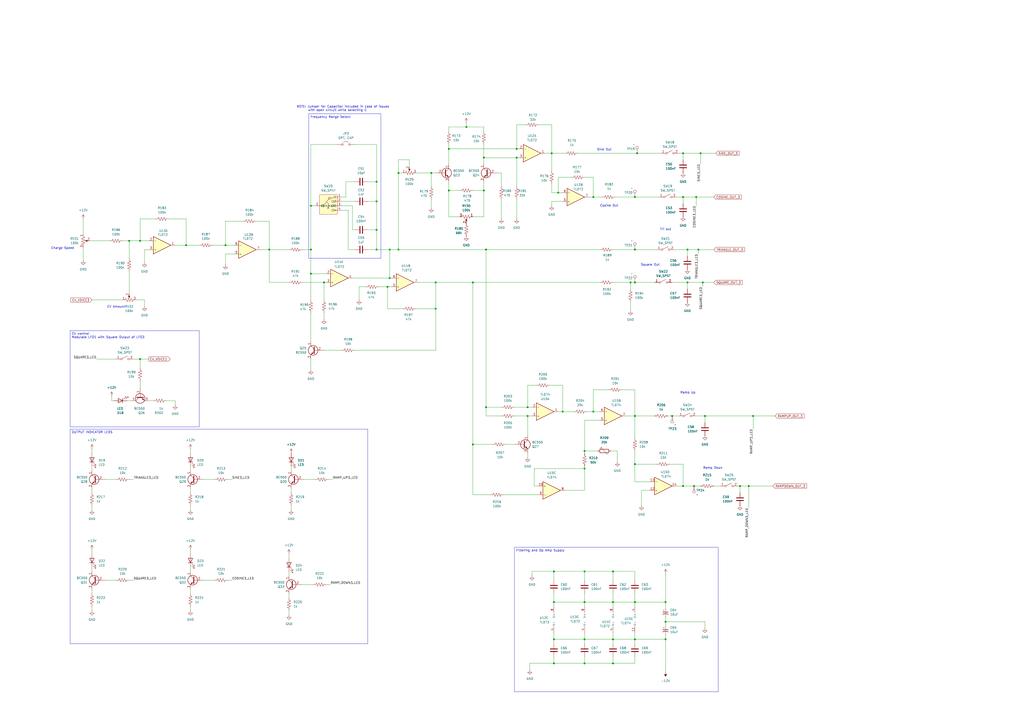
<source format=kicad_sch>
(kicad_sch (version 20250114) (generator "eeschema") (generator_version "9.0")
  (paper "A2")
  (title_block (title "Voice #1") (date "2025-02-15") (rev "1.0.0"))
  (text "NOTE: Jumper for Capacitor included in case of issues\n	  with open circuit while selecting C" (at 171.958 62.992 0) (effects (font (size 1.27 1.27)) (justify left)))
  (text "Charge Speed" (at 36.322 144.018 0) (effects (font (size 1.27 1.27))))
  (text "CV Amount" (at 67.31 178.054 0) (effects (font (size 1.27 1.27))))
  (text "Square Out" (at 377.19 153.67 0) (effects (font (size 1.27 1.27))))
  (text "Sine Out" (at 350.52 86.868 0) (effects (font (size 1.27 1.27))))
  (text "Tri out" (at 386.08 133.096 0) (effects (font (size 1.27 1.27))))
  (text "Cosine Out" (at 353.314 119.38 0) (effects (font (size 1.27 1.27))))
  (text "Ramp Up" (at 399.034 227.838 0) (effects (font (size 1.27 1.27))))
  (text "Ramp Down" (at 413.512 271.526 0) (effects (font (size 1.27 1.27))))
  (text_box "Frequency Range Select" (at 179.07 66.04 0) (size 41.91 83.82) (margins 0.9525 0.9525 0.9525 0.9525) (effects (font (size 1.27 1.27)) (justify left top)))
  (text_box "CV control \nModulate LFO1 with Square Output of LFO3" (at 40.64 191.77 0) (size 74.93 55.88) (margins 0.9525 0.9525 0.9525 0.9525) (effects (font (size 1.27 1.27)) (justify left top)))
  (text_box "OUTPUT INDICATOR LEDS" (at 40.64 248.92 0) (size 172.72 124.46) (margins 0.9525 0.9525 0.9525 0.9525) (effects (font (size 1.27 1.27)) (justify left top)))
  (text_box "Filtering and Op Amp Supply\n\n" (at 298.45 317.5 0) (size 118.11 83.82) (margins 0.9525 0.9525 0.9525 0.9525) (effects (font (size 1.27 1.27)) (justify left top)))
  (junction (at 339.09 261.62))
  (junction (at 321.31 370.84))
  (junction (at 252.73 179.07))
  (junction (at 270.51 73.66))
  (junction (at 368.3 370.84))
  (junction (at 369.57 88.9))
  (junction (at 74.93 139.7))
  (junction (at 323.85 111.76))
  (junction (at 260.35 86.36))
  (junction (at 299.72 91.44))
  (junction (at 218.44 133.35))
  (junction (at 396.24 114.3))
  (junction (at 252.73 163.83))
  (junction (at 280.67 110.49))
  (junction (at 408.94 241.3))
  (junction (at 299.72 86.36))
  (junction (at 280.67 91.44))
  (junction (at 321.31 331.47))
  (junction (at 231.14 144.78))
  (junction (at 187.96 163.83))
  (junction (at 274.32 257.81))
  (junction (at 224.79 166.37))
  (junction (at 156.21 144.78))
  (junction (at 355.6 349.25))
  (junction (at 231.14 100.33))
  (junction (at 339.09 384.81))
  (junction (at 365.76 163.83))
  (junction (at 403.86 114.3))
  (junction (at 429.26 281.94))
  (junction (at 180.34 158.75))
  (junction (at 81.28 139.7))
  (junction (at 226.06 144.78))
  (junction (at 396.24 88.9))
  (junction (at 368.3 163.83))
  (junction (at 434.34 281.94))
  (junction (at 389.89 241.3))
  (junction (at 250.19 100.33))
  (junction (at 339.09 370.84))
  (junction (at 398.78 163.83))
  (junction (at 396.24 281.94))
  (junction (at 368.3 269.24))
  (junction (at 339.09 331.47))
  (junction (at 81.28 208.28))
  (junction (at 260.35 110.49))
  (junction (at 226.06 161.29))
  (junction (at 180.34 119.38))
  (junction (at 180.34 144.78))
  (junction (at 368.3 241.3))
  (junction (at 281.94 236.22))
  (junction (at 402.59 281.94))
  (junction (at 355.6 370.84))
  (junction (at 306.07 241.3))
  (junction (at 436.88 241.3))
  (junction (at 321.31 384.81))
  (junction (at 406.4 88.9))
  (junction (at 274.32 163.83))
  (junction (at 326.39 238.76))
  (junction (at 368.3 349.25))
  (junction (at 218.44 144.78))
  (junction (at 107.95 142.24))
  (junction (at 355.6 384.81))
  (junction (at 386.08 360.68))
  (junction (at 386.08 349.25))
  (junction (at 355.6 331.47))
  (junction (at 320.04 88.9))
  (junction (at 368.3 114.3))
  (junction (at 321.31 349.25))
  (junction (at 218.44 105.41))
  (junction (at 281.94 144.78))
  (junction (at 339.09 349.25))
  (junction (at 339.09 271.78))
  (junction (at 306.07 236.22))
  (junction (at 368.3 144.78))
  (junction (at 398.78 144.78))
  (junction (at 344.17 238.76))
  (junction (at 407.67 163.83))
  (junction (at 218.44 116.84))
  (junction (at 405.13 144.78))
  (junction (at 386.08 370.84))
  (junction (at 130.81 142.24))
  (junction (at 344.17 114.3))
  (wire (pts (xy 224.79 166.37) (xy 227.33 166.37)))
  (wire (pts (xy 368.3 261.62) (xy 368.3 269.24)))
  (wire (pts (xy 396.24 92.71) (xy 396.24 88.9)))
  (wire (pts (xy 60.96 278.13) (xy 67.31 278.13)))
  (wire (pts (xy 365.76 163.83) (xy 368.3 163.83)))
  (wire (pts (xy 101.6 232.41) (xy 96.52 232.41)))
  (wire (pts (xy 335.28 88.9) (xy 369.57 88.9)))
  (wire (pts (xy 386.08 353.06) (xy 386.08 349.25)))
  (wire (pts (xy 368.3 370.84) (xy 386.08 370.84)))
  (wire (pts (xy 280.67 91.44) (xy 299.72 91.44)))
  (wire (pts (xy 321.31 367.03) (xy 321.31 370.84)))
  (wire (pts (xy 355.6 370.84) (xy 355.6 367.03)))
  (wire (pts (xy 311.15 223.52) (xy 306.07 223.52)))
  (wire (pts (xy 386.08 332.74) (xy 386.08 349.25)))
  (wire (pts (xy 231.14 100.33) (xy 233.68 100.33)))
  (wire (pts (xy 339.09 384.81) (xy 321.31 384.81)))
  (wire (pts (xy 83.82 152.4) (xy 83.82 144.78)))
  (wire (pts (xy 180.34 83.82) (xy 195.58 83.82)))
  (wire (pts (xy 402.59 281.94) (xy 406.4 281.94)))
  (wire (pts (xy 118.11 278.13) (xy 124.46 278.13)))
  (wire (pts (xy 53.34 295.91) (xy 53.34 293.37)))
  (wire (pts (xy 74.93 139.7) (xy 81.28 139.7)))
  (wire (pts (xy 168.91 285.75) (xy 168.91 283.21)))
  (wire (pts (xy 205.74 203.2) (xy 252.73 203.2)))
  (wire (pts (xy 368.3 349.25) (xy 368.3 351.79)))
  (wire (pts (xy 218.44 116.84) (xy 218.44 133.35)))
  (wire (pts (xy 274.32 257.81) (xy 274.32 163.83)))
  (wire (pts (xy 83.82 173.99) (xy 78.74 173.99)))
  (wire (pts (xy 198.12 121.92) (xy 201.93 121.92)))
  (wire (pts (xy 53.34 354.33) (xy 53.34 351.79)))
  (wire (pts (xy 110.49 344.17) (xy 110.49 341.63)))
  (wire (pts (xy 318.77 223.52) (xy 326.39 223.52)))
  (wire (pts (xy 309.88 271.78) (xy 309.88 281.94)))
  (wire (pts (xy 408.94 241.3) (xy 436.88 241.3)))
  (wire (pts (xy 219.71 166.37) (xy 224.79 166.37)))
  (wire (pts (xy 306.07 252.73) (xy 306.07 241.3)))
  (wire (pts (xy 252.73 203.2) (xy 252.73 179.07)))
  (wire (pts (xy 307.34 384.81) (xy 321.31 384.81)))
  (wire (pts (xy 55.88 208.28) (xy 67.31 208.28)))
  (wire (pts (xy 167.64 163.83) (xy 156.21 163.83)))
  (wire (pts (xy 107.95 142.24) (xy 115.57 142.24)))
  (wire (pts (xy 321.31 331.47) (xy 339.09 331.47)))
  (wire (pts (xy 368.3 163.83) (xy 379.73 163.83)))
  (wire (pts (xy 64.77 232.41) (xy 66.04 232.41)))
  (wire (pts (xy 110.49 295.91) (xy 110.49 293.37)))
  (wire (pts (xy 280.67 125.73) (xy 280.67 110.49)))
  (wire (pts (xy 355.6 381) (xy 355.6 384.81)))
  (wire (pts (xy 110.49 328.93) (xy 110.49 331.47)))
  (wire (pts (xy 156.21 144.78) (xy 167.64 144.78)))
  (wire (pts (xy 189.23 339.09) (xy 191.77 339.09)))
  (wire (pts (xy 355.6 331.47) (xy 368.3 331.47)))
  (wire (pts (xy 81.28 139.7) (xy 86.36 139.7)))
  (wire (pts (xy 368.3 226.06) (xy 368.3 241.3)))
  (wire (pts (xy 204.47 133.35) (xy 205.74 133.35)))
  (wire (pts (xy 81.28 127) (xy 81.28 139.7)))
  (wire (pts (xy 53.34 318.77) (xy 53.34 321.31)))
  (wire (pts (xy 398.78 163.83) (xy 407.67 163.83)))
  (wire (pts (xy 250.19 120.65) (xy 250.19 115.57)))
  (wire (pts (xy 110.49 260.35) (xy 110.49 262.89)))
  (wire (pts (xy 208.28 173.99) (xy 208.28 166.37)))
  (wire (pts (xy 355.6 349.25) (xy 355.6 351.79)))
  (wire (pts (xy 306.07 236.22) (xy 308.61 236.22)))
  (wire (pts (xy 180.34 158.75) (xy 180.34 173.99)))
  (wire (pts (xy 187.96 163.83) (xy 189.23 163.83)))
  (wire (pts (xy 306.07 241.3) (xy 308.61 241.3)))
  (wire (pts (xy 323.85 111.76) (xy 326.39 111.76)))
  (wire (pts (xy 306.07 223.52) (xy 306.07 236.22)))
  (wire (pts (xy 280.67 83.82) (xy 280.67 91.44)))
  (wire (pts (xy 204.47 119.38) (xy 204.47 133.35)))
  (wire (pts (xy 365.76 163.83) (xy 365.76 167.64)))
  (wire (pts (xy 83.82 144.78) (xy 86.36 144.78)))
  (wire (pts (xy 405.13 147.32) (xy 405.13 144.78)))
  (wire (pts (xy 64.77 229.87) (xy 64.77 232.41)))
  (wire (pts (xy 218.44 133.35) (xy 218.44 144.78)))
  (wire (pts (xy 299.72 72.39) (xy 304.8 72.39)))
  (wire (pts (xy 386.08 360.68) (xy 386.08 363.22)))
  (wire (pts (xy 309.88 281.94) (xy 312.42 281.94)))
  (wire (pts (xy 233.68 179.07) (xy 224.79 179.07)))
  (wire (pts (xy 180.34 158.75) (xy 189.23 158.75)))
  (wire (pts (xy 107.95 127) (xy 107.95 142.24)))
  (wire (pts (xy 368.3 269.24) (xy 381 269.24)))
  (wire (pts (xy 326.39 238.76) (xy 332.74 238.76)))
  (wire (pts (xy 198.12 116.84) (xy 205.74 116.84)))
  (wire (pts (xy 270.51 73.66) (xy 280.67 73.66)))
  (wire (pts (xy 368.3 144.78) (xy 381 144.78)))
  (wire (pts (xy 132.08 336.55) (xy 134.62 336.55)))
  (wire (pts (xy 140.97 128.27) (xy 130.81 128.27)))
  (wire (pts (xy 299.72 91.44) (xy 300.99 91.44)))
  (wire (pts (xy 403.86 114.3) (xy 403.86 119.38)))
  (wire (pts (xy 48.26 127) (xy 48.26 135.89)))
  (wire (pts (xy 326.39 238.76) (xy 323.85 238.76)))
  (wire (pts (xy 231.14 144.78) (xy 226.06 144.78)))
  (wire (pts (xy 224.79 179.07) (xy 224.79 166.37)))
  (wire (pts (xy 290.83 127) (xy 290.83 115.57)))
  (wire (pts (xy 344.17 102.87) (xy 339.09 102.87)))
  (wire (pts (xy 270.51 71.12) (xy 270.51 73.66)))
  (wire (pts (xy 280.67 105.41) (xy 280.67 110.49)))
  (wire (pts (xy 368.3 279.4) (xy 377.19 279.4)))
  (wire (pts (xy 434.34 281.94) (xy 434.34 294.64)))
  (wire (pts (xy 208.28 166.37) (xy 212.09 166.37)))
  (wire (pts (xy 339.09 381) (xy 339.09 384.81)))
  (wire (pts (xy 180.34 119.38) (xy 182.88 119.38)))
  (wire (pts (xy 321.31 370.84) (xy 321.31 373.38)))
  (wire (pts (xy 187.96 173.99) (xy 187.96 163.83)))
  (wire (pts (xy 396.24 281.94) (xy 392.43 281.94)))
  (wire (pts (xy 299.72 127) (xy 299.72 115.57)))
  (wire (pts (xy 187.96 185.42) (xy 187.96 181.61)))
  (wire (pts (xy 213.36 144.78) (xy 218.44 144.78)))
  (wire (pts (xy 320.04 88.9) (xy 320.04 99.06)))
  (wire (pts (xy 389.89 163.83) (xy 398.78 163.83)))
  (wire (pts (xy 156.21 144.78) (xy 151.13 144.78)))
  (wire (pts (xy 429.26 281.94) (xy 434.34 281.94)))
  (wire (pts (xy 260.35 83.82) (xy 260.35 86.36)))
  (wire (pts (xy 213.36 105.41) (xy 218.44 105.41)))
  (wire (pts (xy 356.87 114.3) (xy 368.3 114.3)))
  (wire (pts (xy 398.78 144.78) (xy 405.13 144.78)))
  (wire (pts (xy 260.35 110.49) (xy 266.7 110.49)))
  (wire (pts (xy 355.6 331.47) (xy 355.6 336.55)))
  (wire (pts (xy 403.86 114.3) (xy 414.02 114.3)))
  (wire (pts (xy 73.66 232.41) (xy 76.2 232.41)))
  (wire (pts (xy 405.13 144.78) (xy 414.02 144.78)))
  (wire (pts (xy 339.09 243.84) (xy 347.98 243.84)))
  (wire (pts (xy 358.14 261.62) (xy 354.33 261.62)))
  (wire (pts (xy 396.24 269.24) (xy 396.24 281.94)))
  (wire (pts (xy 252.73 163.83) (xy 274.32 163.83)))
  (wire (pts (xy 327.66 284.48) (xy 339.09 284.48)))
  (wire (pts (xy 320.04 88.9) (xy 316.23 88.9)))
  (wire (pts (xy 148.59 128.27) (xy 156.21 128.27)))
  (wire (pts (xy 339.09 349.25) (xy 339.09 351.79)))
  (wire (pts (xy 339.09 331.47) (xy 339.09 336.55)))
  (wire (pts (xy 226.06 144.78) (xy 226.06 161.29)))
  (wire (pts (xy 71.12 139.7) (xy 74.93 139.7)))
  (wire (pts (xy 387.35 241.3) (xy 389.89 241.3)))
  (wire (pts (xy 406.4 88.9) (xy 415.29 88.9)))
  (wire (pts (xy 53.34 270.51) (xy 53.34 273.05)))
  (wire (pts (xy 355.6 370.84) (xy 368.3 370.84)))
  (wire (pts (xy 86.36 208.28) (xy 81.28 208.28)))
  (wire (pts (xy 81.28 224.79) (xy 81.28 220.98)))
  (wire (pts (xy 290.83 241.3) (xy 281.94 241.3)))
  (wire (pts (xy 190.5 278.13) (xy 193.04 278.13)))
  (wire (pts (xy 372.11 293.37) (xy 372.11 284.48)))
  (wire (pts (xy 355.6 144.78) (xy 368.3 144.78)))
  (wire (pts (xy 306.07 265.43) (xy 306.07 262.89)))
  (wire (pts (xy 339.09 271.78) (xy 309.88 271.78)))
  (wire (pts (xy 180.34 119.38) (xy 180.34 144.78)))
  (wire (pts (xy 365.76 175.26) (xy 365.76 180.34)))
  (wire (pts (xy 231.14 92.71) (xy 231.14 100.33)))
  (wire (pts (xy 101.6 234.95) (xy 101.6 232.41)))
  (wire (pts (xy 321.31 349.25) (xy 321.31 351.79)))
  (wire (pts (xy 280.67 73.66) (xy 280.67 76.2)))
  (wire (pts (xy 339.09 331.47) (xy 355.6 331.47)))
  (wire (pts (xy 393.7 88.9) (xy 396.24 88.9)))
  (wire (pts (xy 175.26 144.78) (xy 180.34 144.78)))
  (wire (pts (xy 308.61 334.01) (xy 308.61 331.47)))
  (wire (pts (xy 176.53 278.13) (xy 182.88 278.13)))
  (wire (pts (xy 266.7 125.73) (xy 260.35 125.73)))
  (wire (pts (xy 231.14 144.78) (xy 231.14 100.33)))
  (wire (pts (xy 398.78 167.64) (xy 398.78 163.83)))
  (wire (pts (xy 280.67 91.44) (xy 280.67 95.25)))
  (wire (pts (xy 320.04 116.84) (xy 326.39 116.84)))
  (wire (pts (xy 167.64 321.31) (xy 167.64 323.85)))
  (wire (pts (xy 298.45 241.3) (xy 306.07 241.3)))
  (wire (pts (xy 368.3 114.3) (xy 382.27 114.3)))
  (wire (pts (xy 284.48 287.02) (xy 274.32 287.02)))
  (wire (pts (xy 368.3 241.3) (xy 368.3 254)))
  (wire (pts (xy 168.91 295.91) (xy 168.91 293.37)))
  (wire (pts (xy 344.17 226.06) (xy 344.17 238.76)))
  (wire (pts (xy 427.99 281.94) (xy 429.26 281.94)))
  (wire (pts (xy 218.44 83.82) (xy 205.74 83.82)))
  (wire (pts (xy 90.17 127) (xy 81.28 127)))
  (wire (pts (xy 321.31 370.84) (xy 339.09 370.84)))
  (wire (pts (xy 83.82 177.8) (xy 83.82 173.99)))
  (wire (pts (xy 386.08 368.3) (xy 386.08 370.84)))
  (wire (pts (xy 408.94 245.11) (xy 408.94 241.3)))
  (wire (pts (xy 167.64 346.71) (xy 167.64 344.17)))
  (wire (pts (xy 349.25 114.3) (xy 344.17 114.3)))
  (wire (pts (xy 226.06 161.29) (xy 227.33 161.29)))
  (wire (pts (xy 74.93 149.86) (xy 74.93 139.7)))
  (wire (pts (xy 369.57 88.9) (xy 383.54 88.9)))
  (wire (pts (xy 299.72 86.36) (xy 300.99 86.36)))
  (wire (pts (xy 218.44 105.41) (xy 218.44 83.82)))
  (wire (pts (xy 175.26 339.09) (xy 181.61 339.09)))
  (wire (pts (xy 368.3 269.24) (xy 368.3 279.4)))
  (wire (pts (xy 344.17 114.3) (xy 344.17 102.87)))
  (wire (pts (xy 323.85 102.87) (xy 323.85 111.76)))
  (wire (pts (xy 53.34 344.17) (xy 53.34 341.63)))
  (wire (pts (xy 218.44 144.78) (xy 226.06 144.78)))
  (wire (pts (xy 396.24 281.94) (xy 402.59 281.94)))
  (wire (pts (xy 368.3 344.17) (xy 368.3 349.25)))
  (wire (pts (xy 205.74 105.41) (xy 200.66 105.41)))
  (wire (pts (xy 167.64 356.87) (xy 167.64 354.33)))
  (wire (pts (xy 204.47 161.29) (xy 226.06 161.29)))
  (wire (pts (xy 260.35 105.41) (xy 260.35 110.49)))
  (wire (pts (xy 358.14 267.97) (xy 358.14 261.62)))
  (wire (pts (xy 88.9 232.41) (xy 86.36 232.41)))
  (wire (pts (xy 339.09 349.25) (xy 355.6 349.25)))
  (wire (pts (xy 201.93 144.78) (xy 205.74 144.78)))
  (wire (pts (xy 339.09 370.84) (xy 355.6 370.84)))
  (wire (pts (xy 74.93 278.13) (xy 77.47 278.13)))
  (wire (pts (xy 320.04 111.76) (xy 323.85 111.76)))
  (wire (pts (xy 290.83 107.95) (xy 290.83 100.33)))
  (wire (pts (xy 331.47 102.87) (xy 323.85 102.87)))
  (wire (pts (xy 396.24 118.11) (xy 396.24 114.3)))
  (wire (pts (xy 281.94 144.78) (xy 347.98 144.78)))
  (wire (pts (xy 321.31 336.55) (xy 321.31 331.47)))
  (wire (pts (xy 320.04 119.38) (xy 320.04 116.84)))
  (wire (pts (xy 130.81 147.32) (xy 135.89 147.32)))
  (wire (pts (xy 200.66 105.41) (xy 200.66 114.3)))
  (wire (pts (xy 168.91 270.51) (xy 168.91 273.05)))
  (wire (pts (xy 130.81 142.24) (xy 123.19 142.24)))
  (wire (pts (xy 388.62 269.24) (xy 396.24 269.24)))
  (wire (pts (xy 408.94 360.68) (xy 408.94 364.49)))
  (wire (pts (xy 252.73 179.07) (xy 252.73 163.83)))
  (wire (pts (xy 355.6 344.17) (xy 355.6 349.25)))
  (wire (pts (xy 252.73 163.83) (xy 242.57 163.83)))
  (wire (pts (xy 299.72 86.36) (xy 299.72 72.39)))
  (wire (pts (xy 368.3 384.81) (xy 355.6 384.81)))
  (wire (pts (xy 110.49 318.77) (xy 110.49 321.31)))
  (wire (pts (xy 274.32 163.83) (xy 347.98 163.83)))
  (wire (pts (xy 434.34 281.94) (xy 448.31 281.94)))
  (wire (pts (xy 320.04 88.9) (xy 327.66 88.9)))
  (wire (pts (xy 321.31 384.81) (xy 321.31 381)))
  (wire (pts (xy 274.32 287.02) (xy 274.32 257.81)))
  (wire (pts (xy 130.81 153.67) (xy 130.81 147.32)))
  (wire (pts (xy 355.6 373.38) (xy 355.6 370.84)))
  (wire (pts (xy 156.21 163.83) (xy 156.21 144.78)))
  (wire (pts (xy 389.89 241.3) (xy 393.7 241.3)))
  (wire (pts (xy 299.72 91.44) (xy 299.72 107.95)))
  (wire (pts (xy 414.02 281.94) (xy 417.83 281.94)))
  (wire (pts (xy 274.32 110.49) (xy 280.67 110.49)))
  (wire (pts (xy 386.08 358.14) (xy 386.08 360.68)))
  (wire (pts (xy 339.09 262.89) (xy 339.09 261.62)))
  (wire (pts (xy 110.49 354.33) (xy 110.49 351.79)))
  (wire (pts (xy 285.75 257.81) (xy 274.32 257.81)))
  (wire (pts (xy 391.16 144.78) (xy 398.78 144.78)))
  (wire (pts (xy 396.24 114.3) (xy 403.86 114.3)))
  (wire (pts (xy 436.88 248.92) (xy 436.88 241.3)))
  (wire (pts (xy 110.49 285.75) (xy 110.49 283.21)))
  (wire (pts (xy 355.6 163.83) (xy 365.76 163.83)))
  (wire (pts (xy 368.3 381) (xy 368.3 384.81)))
  (wire (pts (xy 320.04 106.68) (xy 320.04 111.76)))
  (wire (pts (xy 52.07 139.7) (xy 63.5 139.7)))
  (wire (pts (xy 260.35 86.36) (xy 260.35 95.25)))
  (wire (pts (xy 132.08 278.13) (xy 134.62 278.13)))
  (wire (pts (xy 326.39 223.52) (xy 326.39 238.76)))
  (wire (pts (xy 339.09 373.38) (xy 339.09 370.84)))
  (wire (pts (xy 48.26 143.51) (xy 48.26 151.13)))
  (wire (pts (xy 298.45 236.22) (xy 306.07 236.22)))
  (wire (pts (xy 175.26 163.83) (xy 187.96 163.83)))
  (wire (pts (xy 407.67 166.37) (xy 407.67 163.83)))
  (wire (pts (xy 198.12 119.38) (xy 204.47 119.38)))
  (wire (pts (xy 321.31 344.17) (xy 321.31 349.25)))
  (wire (pts (xy 281.94 144.78) (xy 281.94 236.22)))
  (wire (pts (xy 180.34 181.61) (xy 180.34 198.12)))
  (wire (pts (xy 392.43 114.3) (xy 396.24 114.3)))
  (wire (pts (xy 180.34 119.38) (xy 180.34 83.82)))
  (wire (pts (xy 218.44 105.41) (xy 218.44 116.84)))
  (wire (pts (xy 74.93 170.18) (xy 74.93 157.48)))
  (wire (pts (xy 368.3 370.84) (xy 368.3 367.03)))
  (wire (pts (xy 237.49 96.52) (xy 237.49 92.71)))
  (wire (pts (xy 312.42 287.02) (xy 292.1 287.02)))
  (wire (pts (xy 344.17 114.3) (xy 341.63 114.3)))
  (wire (pts (xy 320.04 72.39) (xy 320.04 88.9)))
  (wire (pts (xy 408.94 360.68) (xy 386.08 360.68)))
  (wire (pts (xy 406.4 88.9) (xy 406.4 95.25)))
  (wire (pts (xy 293.37 257.81) (xy 298.45 257.81)))
  (wire (pts (xy 368.3 370.84) (xy 368.3 373.38)))
  (wire (pts (xy 368.3 331.47) (xy 368.3 336.55)))
  (wire (pts (xy 107.95 142.24) (xy 101.6 142.24)))
  (wire (pts (xy 53.34 285.75) (xy 53.34 283.21)))
  (wire (pts (xy 396.24 88.9) (xy 406.4 88.9)))
  (wire (pts (xy 81.28 208.28) (xy 77.47 208.28)))
  (wire (pts (xy 274.32 125.73) (xy 280.67 125.73)))
  (wire (pts (xy 281.94 241.3) (xy 281.94 236.22)))
  (wire (pts (xy 368.3 241.3) (xy 379.73 241.3)))
  (wire (pts (xy 260.35 73.66) (xy 270.51 73.66)))
  (wire (pts (xy 312.42 72.39) (xy 320.04 72.39)))
  (wire (pts (xy 344.17 238.76) (xy 347.98 238.76)))
  (wire (pts (xy 81.28 213.36) (xy 81.28 208.28)))
  (wire (pts (xy 355.6 349.25) (xy 368.3 349.25)))
  (wire (pts (xy 398.78 148.59) (xy 398.78 144.78)))
  (wire (pts (xy 53.34 260.35) (xy 53.34 262.89)))
  (wire (pts (xy 130.81 128.27) (xy 130.81 142.24)))
  (wire (pts (xy 231.14 144.78) (xy 281.94 144.78)))
  (wire (pts (xy 260.35 86.36) (xy 299.72 86.36)))
  (wire (pts (xy 368.3 241.3) (xy 363.22 241.3)))
  (wire (pts (xy 339.09 261.62) (xy 346.71 261.62)))
  (wire (pts (xy 403.86 241.3) (xy 408.94 241.3)))
  (wire (pts (xy 167.64 331.47) (xy 167.64 334.01)))
  (wire (pts (xy 53.34 328.93) (xy 53.34 331.47)))
  (wire (pts (xy 339.09 261.62) (xy 339.09 243.84)))
  (wire (pts (xy 53.34 173.99) (xy 71.12 173.99)))
  (wire (pts (xy 110.49 270.51) (xy 110.49 273.05)))
  (wire (pts (xy 74.93 336.55) (xy 77.47 336.55)))
  (wire (pts (xy 237.49 92.71) (xy 231.14 92.71)))
  (wire (pts (xy 339.09 370.84) (xy 339.09 367.03)))
  (wire (pts (xy 281.94 236.22) (xy 290.83 236.22)))
  (wire (pts (xy 355.6 384.81) (xy 339.09 384.81)))
  (wire (pts (xy 180.34 144.78) (xy 180.34 158.75)))
  (wire (pts (xy 321.31 349.25) (xy 339.09 349.25)))
  (wire (pts (xy 198.12 114.3) (xy 200.66 114.3)))
  (wire (pts (xy 187.96 203.2) (xy 198.12 203.2)))
  (wire (pts (xy 360.68 226.06) (xy 368.3 226.06)))
  (wire (pts (xy 339.09 270.51) (xy 339.09 271.78)))
  (wire (pts (xy 201.93 121.92) (xy 201.93 144.78)))
  (wire (pts (xy 252.73 100.33) (xy 250.19 100.33)))
  (wire (pts (xy 97.79 127) (xy 107.95 127)))
  (wire (pts (xy 241.3 179.07) (xy 252.73 179.07)))
  (wire (pts (xy 339.09 284.48) (xy 339.09 271.78)))
  (wire (pts (xy 372.11 284.48) (xy 377.19 284.48)))
  (wire (pts (xy 60.96 336.55) (xy 67.31 336.55)))
  (wire (pts (xy 250.19 100.33) (xy 250.19 107.95)))
  (wire (pts (xy 290.83 100.33) (xy 288.29 100.33)))
  (wire (pts (xy 436.88 241.3) (xy 449.58 241.3)))
  (wire (pts (xy 339.09 344.17) (xy 339.09 349.25)))
  (wire (pts (xy 213.36 133.35) (xy 218.44 133.35)))
  (wire (pts (xy 241.3 100.33) (xy 250.19 100.33)))
  (wire (pts (xy 353.06 226.06) (xy 344.17 226.06)))
  (wire (pts (xy 429.26 285.75) (xy 429.26 281.94)))
  (wire (pts (xy 340.36 238.76) (xy 344.17 238.76)))
  (wire (pts (xy 260.35 110.49) (xy 260.35 125.73)))
  (wire (pts (xy 260.35 76.2) (xy 260.35 73.66)))
  (wire (pts (xy 308.61 331.47) (xy 321.31 331.47)))
  (wire (pts (xy 368.3 349.25) (xy 386.08 349.25)))
  (wire (pts (xy 156.21 128.27) (xy 156.21 144.78)))
  (wire (pts (xy 213.36 116.84) (xy 218.44 116.84)))
  (wire (pts (xy 386.08 370.84) (xy 386.08 389.89)))
  (wire (pts (xy 407.67 163.83) (xy 414.02 163.83)))
  (wire (pts (xy 135.89 142.24) (xy 130.81 142.24)))
  (wire (pts (xy 118.11 336.55) (xy 124.46 336.55)))
  (wire (pts (xy 307.34 388.62) (xy 307.34 384.81)))
  (wire (pts (xy 180.34 208.28) (xy 180.34 214.63)))
  (label "SINE3_LED" (at 406.4 95.25 270))
  (label "SQUARE3_LED" (at 55.88 208.28 180))
  (label "SQUARE3_LED" (at 407.67 166.37 270))
  (label "RAMP_DOWN3_LED" (at 191.77 339.09 0))
  (label "COSINE3_LED" (at 403.86 119.38 270))
  (label "TRIANGLE3_LED" (at 405.13 147.32 270))
  (label "RAMP_UP3_LED" (at 436.88 248.92 270))
  (label "RAMP_UP3_LED" (at 193.04 278.13 0))
  (label "SQUARE3_LED" (at 77.47 336.55 0))
  (label "COSINE3_LED" (at 134.62 336.55 0))
  (label "RAMP_DOWN3_LED" (at 434.34 294.64 270))
  (label "TRIANGLE3_LED" (at 77.47 278.13 0))
  (label "SINE3_LED" (at 134.62 278.13 0))
  (global_label "CV_VOICE1" (shape output) (at 86.36 208.28 0) (property "Intersheetrefs" "${INTERSHEET_REFS}" (effects (hide yes))))
  (global_label "CV_VOICE3" (shape input) (at 53.34 173.99 180) (property "Intersheetrefs" "${INTERSHEET_REFS}" (effects (hide yes))))
  (global_label "COSINE_OUT_3" (shape input) (at 414.02 114.3 0) (property "Intersheetrefs" "${INTERSHEET_REFS}" (effects (hide yes))))
  (global_label "TRIANGLE_OUT_3" (shape input) (at 414.02 144.78 0) (property "Intersheetrefs" "${INTERSHEET_REFS}" (effects (hide yes))))
  (global_label "SQUARE_OUT_3" (shape input) (at 414.02 163.83 0) (property "Intersheetrefs" "${INTERSHEET_REFS}" (effects (hide yes))))
  (global_label "RAMPDOWN_OUT_3" (shape input) (at 448.31 281.94 0) (property "Intersheetrefs" "${INTERSHEET_REFS}" (effects (hide yes))))
  (global_label "SINE_OUT_3" (shape input) (at 415.29 88.9 0) (property "Intersheetrefs" "${INTERSHEET_REFS}" (effects (hide yes))))
  (global_label "RAMPUP_OUT_3" (shape input) (at 449.58 241.3 0) (property "Intersheetrefs" "${INTERSHEET_REFS}" (effects (hide yes))))
  (symbol (lib_id "power:GND") (at 110.49 354.33 0) (unit 1)
    (property "Reference" "#PWR0176" (effects (hide yes)))
    (property "Value" "GND" (at 110.49 359.41 0))
    (property "Description" "Power symbol creates a global label with name \"GND\" , ground" (effects (hide yes)))
  )
  (symbol (lib_id "Device:C") (at 429.26 289.56 0) (unit 1)
    (property "Reference" "C59" (at 419.1 288.29 0) (effects (justify left)))
    (property "Value" "100nF" (at 419.1 290.83 0) (effects (justify left)))
    (property "Footprint" "Capacitor_THT:C_Disc_D6.0mm_W2.5mm_P5.00mm" (effects (hide yes)))
    (property "Datasheet" "https://content.kemet.com/datasheets/KEM_C1050_GOLDMAX_X7R.pdf" (effects (hide yes)))
    (property "Description" "Unpolarized capacitor" (effects (hide yes)))
    (property "Link" "https://www.digikey.com/en/products/detail/kemet/C320C104K5R5TA/818040" (effects (hide yes)))
  )
  (symbol (lib_id "Device:R_Potentiometer_US") (at 48.26 139.7 0) (unit 1)
    (property "Reference" "RV31" (at 45.72 138.4299 0) (effects (justify right)))
    (property "Value" "100k" (at 45.72 140.9699 0) (effects (justify right)))
    (property "Footprint" "Connector_PinHeader_2.54mm:PinHeader_1x03_P2.54mm_Vertical" (effects (hide yes)))
    (property "Datasheet" "https://www.mouser.com/datasheet/2/1628/ptn09x-3510641.pdf" (effects (hide yes)))
    (property "Description" "Potentiometer, US symbol" (effects (hide yes)))
    (property "Link" "https://www.mouser.com/ProductDetail/Same-Sky/PTN091-H100115K1B?qs=sGAEpiMZZMtC25l1F4XBU8HLBcAXzzD17fBdaMNcZzpNZAyQ4y73hg%3D%3D" (effects (hide yes)))
  )
  (symbol (lib_id "Device:C") (at 209.55 105.41 90) (unit 1)
    (property "Reference" "C51" (at 209.55 97.79 90))
    (property "Value" "10pF" (at 209.55 100.33 90))
    (property "Footprint" "Capacitor_THT:C_Disc_D4.7mm_W2.5mm_P5.00mm" (effects (hide yes)))
    (property "Datasheet" "https://product.tdk.com/en/system/files/dam/doc/product/capacitor/ceramic/lead-mlcc/catalog/leadmlcc_halogenfree_fg_en.pdf" (effects (hide yes)))
    (property "Description" "Unpolarized capacitor" (effects (hide yes)))
    (property "Link" "https://www.digikey.com/en/products/detail/tdk-corporation/FG28C0G1H100DNT06/5803085" (effects (hide yes)))
  )
  (symbol (lib_id "Device:R_US") (at 110.49 289.56 180) (unit 1)
    (property "Reference" "R218" (at 113.03 288.2899 0) (effects (justify right)))
    (property "Value" "1k" (at 113.03 290.8299 0) (effects (justify right)))
    (property "Footprint" "Resistor_THT:R_Axial_DIN0204_L3.6mm_D1.6mm_P5.08mm_Horizontal" (effects (hide yes)))
    (property "Datasheet" "https://www.seielect.com/catalog/sei-cf_cfm.pdf" (effects (hide yes)))
    (property "Description" "Resistor, US symbol" (effects (hide yes)))
    (property "Link" "https://www.digikey.com/en/products/detail/stackpole-electronics-inc/CF12JT1K00/1741062" (effects (hide yes)))
  )
  (symbol (lib_id "Device:C") (at 355.6 377.19 0) (unit 1)
    (property "Reference" "C68" (at 359.41 375.9199 0) (effects (justify left)))
    (property "Value" "100nF" (at 359.41 378.4599 0) (effects (justify left)))
    (property "Footprint" "Capacitor_THT:C_Disc_D6.0mm_W2.5mm_P5.00mm" (effects (hide yes)))
    (property "Datasheet" "https://content.kemet.com/datasheets/KEM_C1050_GOLDMAX_X7R.pdf" (effects (hide yes)))
    (property "Description" "Unpolarized capacitor" (effects (hide yes)))
    (property "Link" "https://www.digikey.com/en/products/detail/kemet/C320C104K5R5TA/818040" (effects (hide yes)))
  )
  (symbol (lib_id "Connector:TestPoint") (at 369.57 88.9 0) (unit 1)
    (property "Reference" "TP19" (at 368.3 86.36 0) (effects (justify right)))
    (property "Value" "~" (at 368.3 83.82 0) (effects (justify right)))
    (property "Footprint" "TestPoint:TestPoint_Pad_D1.0mm" (effects (hide yes)))
    (property "Description" "test point" (effects (hide yes)))
  )
  (symbol (lib_id "Device:R_US") (at 270.51 110.49 90) (unit 1)
    (property "Reference" "R178" (at 271.018 113.792 90))
    (property "Value" "470" (at 271.018 116.332 90))
    (property "Footprint" "Resistor_THT:R_Axial_DIN0204_L3.6mm_D1.6mm_P5.08mm_Horizontal" (effects (hide yes)))
    (property "Datasheet" "https://www.seielect.com/catalog/sei-cf_cfm.pdf" (effects (hide yes)))
    (property "Description" "Resistor, US symbol" (effects (hide yes)))
    (property "Link" " https://www.digikey.com/en/products/detail/stackpole-electronics-inc/CF12JT470R/1741161" (effects (hide yes)))
  )
  (symbol (lib_id "Amplifier_Operational:TL072") (at 143.51 144.78 0) (mirror x) (unit 2)
    (property "Reference" "U13" (at 144.272 136.144 0))
    (property "Value" "TL072" (at 143.764 138.43 0))
    (property "Footprint" "Package_DIP:DIP-8_W7.62mm" (effects (hide yes)))
    (property "Datasheet" "http://www.ti.com/lit/ds/symlink/tl071.pdf" (effects (hide yes)))
    (property "Description" "Dual Low-Noise JFET-Input Operational Amplifiers, DIP-8/SOIC-8" (effects (hide yes)))
    (property "Link" "https://www.digikey.com/en/products/detail/texas-instruments/TL072CP/277421" (effects (hide yes)))
  )
  (symbol (lib_id "power:GND") (at 408.94 252.73 0) (unit 1)
    (property "Reference" "#PWR0159" (effects (hide yes)))
    (property "Value" "GND" (at 408.94 257.81 0))
    (property "Description" "Power symbol creates a global label with name \"GND\" , ground" (effects (hide yes)))
  )
  (symbol (lib_id "Transistor_BJT:BC550") (at 170.18 339.09 0) (mirror y) (unit 1)
    (property "Reference" "Q33" (at 165.1 340.3601 0) (effects (justify left)))
    (property "Value" "BC550" (at 165.1 337.8201 0) (effects (justify left)))
    (property "Footprint" "Package_TO_SOT_THT:TO-92_Inline" (effects (hide yes)))
    (property "Datasheet" "https://www.onsemi.com/pub/Collateral/BC550-D.pdf" (effects (hide yes)))
    (property "Description" "0.1A Ic, 45V Vce, Small Signal NPN Transistor, TO-92" (effects (hide yes)))
    (property "Link" "https://www.mouser.com/ProductDetail/onsemi-Fairchild/BC550CTA?qs=ljbEvF4DwOM46%2Fg9NzWlqQ%3D%3D" (effects (hide yes)))
  )
  (symbol (lib_id "power:GND") (at 270.51 137.16 0) (unit 1)
    (property "Reference" "#PWR0146" (effects (hide yes)))
    (property "Value" "GND" (at 270.51 142.24 0))
    (property "Description" "Power symbol creates a global label with name \"GND\" , ground" (effects (hide yes)))
  )
  (symbol (lib_id "Device:C") (at 396.24 121.92 0) (unit 1)
    (property "Reference" "C53" (at 386.08 120.65 0) (effects (justify left)))
    (property "Value" "100nF" (at 386.08 123.19 0) (effects (justify left)))
    (property "Footprint" "Capacitor_THT:C_Disc_D6.0mm_W2.5mm_P5.00mm" (effects (hide yes)))
    (property "Datasheet" "https://content.kemet.com/datasheets/KEM_C1050_GOLDMAX_X7R.pdf" (effects (hide yes)))
    (property "Description" "Unpolarized capacitor" (effects (hide yes)))
    (property "Link" "https://www.digikey.com/en/products/detail/kemet/C320C104K5R5TA/818040" (effects (hide yes)))
  )
  (symbol (lib_id "Device:R_US") (at 71.12 336.55 90) (unit 1)
    (property "Reference" "R220" (at 71.12 330.2 90))
    (property "Value" "10k" (at 71.12 332.74 90))
    (property "Footprint" "Resistor_THT:R_Axial_DIN0204_L3.6mm_D1.6mm_P5.08mm_Horizontal" (effects (hide yes)))
    (property "Datasheet" "https://www.seielect.com/catalog/sei-cf_cfm.pdf" (effects (hide yes)))
    (property "Description" "Resistor, US symbol" (effects (hide yes)))
    (property "Link" "https://www.digikey.com/en/products/detail/stackpole-electronics-inc/CF12JT10K0/1741024" (effects (hide yes)))
  )
  (symbol (lib_id "Device:C") (at 209.55 144.78 270) (unit 1)
    (property "Reference" "C55" (at 209.55 137.922 90))
    (property "Value" "1uF" (at 209.55 140.462 90))
    (property "Footprint" "Capacitor_THT:C_Disc_D5.0mm_W2.5mm_P2.50mm" (effects (hide yes)))
    (property "Datasheet" "https://product.tdk.com/en/system/files/dam/doc/product/capacitor/ceramic/lead-mlcc/catalog/leadmlcc_halogenfree_fg_en.pdf" (effects (hide yes)))
    (property "Description" "Unpolarized capacitor" (effects (hide yes)))
    (property "Link" "https://www.digikey.com/en/products/detail/tdk-corporation/FG24X7R1H105KRT06/5802988" (effects (hide yes)))
  )
  (symbol (lib_id "power:GND") (at 83.82 177.8 0) (unit 1)
    (property "Reference" "#PWR0153" (effects (hide yes)))
    (property "Value" "GND" (at 83.82 182.88 0))
    (property "Description" "Power symbol creates a global label with name \"GND\" , ground" (effects (hide yes)))
  )
  (symbol (lib_id "power:+12V") (at 53.34 260.35 0) (unit 1)
    (property "Reference" "#PWR0160" (effects (hide yes)))
    (property "Value" "+12V" (at 53.34 255.27 0))
    (property "Description" "Power symbol creates a global label with name \"+12V\"" (effects (hide yes)))
  )
  (symbol (lib_id "power:+12V") (at 270.51 71.12 0) (unit 1)
    (property "Reference" "#PWR0138" (effects (hide yes)))
    (property "Value" "+12V" (at 270.51 66.04 0))
    (property "Description" "Power symbol creates a global label with name \"+12V\"" (effects (hide yes)))
  )
  (symbol (lib_id "Device:R_US") (at 365.76 171.45 180) (unit 1)
    (property "Reference" "R194" (at 368.3 170.1799 0) (effects (justify right)))
    (property "Value" "100k" (at 368.3 172.7199 0) (effects (justify right)))
    (property "Footprint" "Resistor_THT:R_Axial_DIN0207_L6.3mm_D2.5mm_P10.16mm_Horizontal" (effects (hide yes)))
    (property "Datasheet" "https://www.digikey.com/en/products/detail/yageo/MFR50SFTE52-68K/9151668" (effects (hide yes)))
    (property "Description" "Resistor, US symbol" (effects (hide yes)))
    (property "Link" "https://www.digikey.com/en/products/detail/yageo/MFP-25BRD52-100K/2058795" (effects (hide yes)))
  )
  (symbol (lib_id "Device:R_US") (at 144.78 128.27 90) (unit 1)
    (property "Reference" "R184" (at 144.78 121.92 90))
    (property "Value" "100k" (at 144.78 124.46 90))
    (property "Footprint" "Resistor_THT:R_Axial_DIN0207_L6.3mm_D2.5mm_P10.16mm_Horizontal" (effects (hide yes)))
    (property "Datasheet" "https://www.digikey.com/en/products/detail/yageo/MFR50SFTE52-68K/9151668" (effects (hide yes)))
    (property "Description" "Resistor, US symbol" (effects (hide yes)))
    (property "Link" "https://www.digikey.com/en/products/detail/yageo/MFP-25BRD52-100K/2058795" (effects (hide yes)))
  )
  (symbol (lib_id "power:GND") (at 372.11 293.37 0) (unit 1)
    (property "Reference" "#PWR0165" (effects (hide yes)))
    (property "Value" "GND" (at 372.11 298.45 0))
    (property "Description" "Power symbol creates a global label with name \"GND\" , ground" (effects (hide yes)))
  )
  (symbol (lib_id "power:GND") (at 130.81 153.67 0) (unit 1)
    (property "Reference" "#PWR0149" (effects (hide yes)))
    (property "Value" "GND" (at 130.81 158.75 0))
    (property "Description" "Power symbol creates a global label with name \"GND\" , ground" (effects (hide yes)))
  )
  (symbol (lib_id "Device:R_US") (at 383.54 241.3 90) (unit 1)
    (property "Reference" "R206" (at 383.54 234.95 90))
    (property "Value" "1k" (at 383.54 237.49 90))
    (property "Footprint" "Resistor_THT:R_Axial_DIN0204_L3.6mm_D1.6mm_P5.08mm_Horizontal" (effects (hide yes)))
    (property "Datasheet" "https://www.seielect.com/catalog/sei-cf_cfm.pdf" (effects (hide yes)))
    (property "Description" "Resistor, US symbol" (effects (hide yes)))
    (property "Link" "https://www.digikey.com/en/products/detail/stackpole-electronics-inc/CF12JT1K00/1741062" (effects (hide yes)))
  )
  (symbol (lib_id "power:+12V") (at 168.91 262.89 0) (unit 1)
    (property "Reference" "#PWR0162" (effects (hide yes)))
    (property "Value" "+12V" (at 168.91 257.81 0))
    (property "Description" "Power symbol creates a global label with name \"+12V\"" (effects (hide yes)))
  )
  (symbol (lib_id "Device:R_US") (at 368.3 257.81 180) (unit 1)
    (property "Reference" "R208" (at 370.84 256.5399 0) (effects (justify right)))
    (property "Value" "10k" (at 370.84 259.0799 0) (effects (justify right)))
    (property "Footprint" "Resistor_THT:R_Axial_DIN0204_L3.6mm_D1.6mm_P5.08mm_Horizontal" (effects (hide yes)))
    (property "Datasheet" "https://www.seielect.com/catalog/sei-cf_cfm.pdf" (effects (hide yes)))
    (property "Description" "Resistor, US symbol" (effects (hide yes)))
    (property "Link" "https://www.digikey.com/en/products/detail/stackpole-electronics-inc/CF12JT10K0/1741024" (effects (hide yes)))
  )
  (symbol (lib_id "Amplifier_Operational:TL072") (at 196.85 161.29 0) (mirror x) (unit 1)
    (property "Reference" "U14" (at 196.596 151.892 0))
    (property "Value" "TL072" (at 196.85 154.686 0))
    (property "Footprint" "Package_DIP:DIP-8_W7.62mm" (effects (hide yes)))
    (property "Datasheet" "http://www.ti.com/lit/ds/symlink/tl071.pdf" (effects (hide yes)))
    (property "Description" "Dual Low-Noise JFET-Input Operational Amplifiers, DIP-8/SOIC-8" (effects (hide yes)))
    (property "Link" "https://www.digikey.com/en/products/detail/texas-instruments/TL072CP/277421" (effects (hide yes)))
  )
  (symbol (lib_id "power:GND") (at 398.78 156.21 0) (unit 1)
    (property "Reference" "#PWR0150" (effects (hide yes)))
    (property "Value" "GND" (at 398.78 161.29 0))
    (property "Description" "Power symbol creates a global label with name \"GND\" , ground" (effects (hide yes)))
  )
  (symbol (lib_id "Device:R_US") (at 53.34 347.98 180) (unit 1)
    (property "Reference" "R223" (at 55.88 346.7099 0) (effects (justify right)))
    (property "Value" "1k" (at 55.88 349.2499 0) (effects (justify right)))
    (property "Footprint" "Resistor_THT:R_Axial_DIN0204_L3.6mm_D1.6mm_P5.08mm_Horizontal" (effects (hide yes)))
    (property "Datasheet" "https://www.seielect.com/catalog/sei-cf_cfm.pdf" (effects (hide yes)))
    (property "Description" "Resistor, US symbol" (effects (hide yes)))
    (property "Link" "https://www.digikey.com/en/products/detail/stackpole-electronics-inc/CF12JT1K00/1741062" (effects (hide yes)))
  )
  (symbol (lib_id "Device:C") (at 398.78 152.4 0) (unit 1)
    (property "Reference" "C56" (at 388.62 151.13 0) (effects (justify left)))
    (property "Value" "100nF" (at 388.62 153.67 0) (effects (justify left)))
    (property "Footprint" "Capacitor_THT:C_Disc_D6.0mm_W2.5mm_P5.00mm" (effects (hide yes)))
    (property "Datasheet" "https://content.kemet.com/datasheets/KEM_C1050_GOLDMAX_X7R.pdf" (effects (hide yes)))
    (property "Description" "Unpolarized capacitor" (effects (hide yes)))
    (property "Link" "https://www.digikey.com/en/products/detail/kemet/C320C104K5R5TA/818040" (effects (hide yes)))
  )
  (symbol (lib_id "Device:R_US") (at 294.64 241.3 90) (unit 1)
    (property "Reference" "R205" (at 294.64 245.364 90))
    (property "Value" "100k" (at 294.64 247.904 90))
    (property "Footprint" "Resistor_THT:R_Axial_DIN0207_L6.3mm_D2.5mm_P10.16mm_Horizontal" (effects (hide yes)))
    (property "Datasheet" "https://www.digikey.com/en/products/detail/yageo/MFR50SFTE52-68K/9151668" (effects (hide yes)))
    (property "Description" "Resistor, US symbol" (effects (hide yes)))
    (property "Link" "https://www.digikey.com/en/products/detail/yageo/MFP-25BRD52-100K/2058795" (effects (hide yes)))
  )
  (symbol (lib_id "Device:C") (at 396.24 96.52 0) (unit 1)
    (property "Reference" "C50" (at 386.08 95.25 0) (effects (justify left)))
    (property "Value" "100nF" (at 386.08 97.79 0) (effects (justify left)))
    (property "Footprint" "Capacitor_THT:C_Disc_D6.0mm_W2.5mm_P5.00mm" (effects (hide yes)))
    (property "Datasheet" "https://content.kemet.com/datasheets/KEM_C1050_GOLDMAX_X7R.pdf" (effects (hide yes)))
    (property "Description" "Unpolarized capacitor" (effects (hide yes)))
    (property "Link" "https://www.digikey.com/en/products/detail/kemet/C320C104K5R5TA/818040" (effects (hide yes)))
  )
  (symbol (lib_id "Device:R_US") (at 320.04 102.87 0) (unit 1)
    (property "Reference" "R176" (at 315.722 102.108 0))
    (property "Value" "10k" (at 315.722 104.648 0))
    (property "Footprint" "Resistor_THT:R_Axial_DIN0204_L3.6mm_D1.6mm_P5.08mm_Horizontal" (effects (hide yes)))
    (property "Datasheet" "https://www.seielect.com/catalog/sei-cf_cfm.pdf" (effects (hide yes)))
    (property "Description" "Resistor, US symbol" (effects (hide yes)))
    (property "Link" "https://www.digikey.com/en/products/detail/stackpole-electronics-inc/CF12JT10K0/1741024" (effects (hide yes)))
  )
  (symbol (lib_id "Device:LED") (at 53.34 325.12 90) (unit 1)
    (property "Reference" "D22" (at 57.15 325.4374 90) (effects (justify right)))
    (property "Value" "LED" (at 57.15 327.9774 90) (effects (justify right)))
    (property "Footprint" "LED_THT:LED_D1.8mm_W3.3mm_H2.4mm" (effects (hide yes)))
    (property "Description" "Light emitting diode" (effects (hide yes)))
  )
  (symbol (lib_id "power:+12V") (at 48.26 127 0) (unit 1)
    (property "Reference" "#PWR0143" (effects (hide yes)))
    (property "Value" "+12V" (at 48.26 121.92 0))
    (property "Description" "Power symbol creates a global label with name \"+12V\"" (effects (hide yes)))
  )
  (symbol (lib_id "Switch:SW_SPST") (at 387.35 114.3 0) (unit 1)
    (property "Reference" "SW19" (at 387.35 107.95 0))
    (property "Value" "SW_SPST" (at 387.35 110.49 0))
    (property "Footprint" "Connector_PinHeader_2.54mm:PinHeader_1x02_P2.54mm_Vertical" (effects (hide yes)))
    (property "Datasheet" "https://www.mouser.com/datasheet/2/4/sw_t3_1a_a_a3_s1_data_sheet-3396620.pdf" (effects (hide yes)))
    (property "Description" "Single Pole Single Throw (SPST) switch" (effects (hide yes)))
    (property "Link" "https://www.mouser.com/ProductDetail/Adam-Tech/SW-T3-1A-A-A3-S1?qs=HoCaDK9Nz5dJJV4Z7JCNtA%3D%3D" (effects (hide yes)))
  )
  (symbol (lib_id "Device:C") (at 209.55 116.84 270) (unit 1)
    (property "Reference" "C52" (at 209.55 110.236 90))
    (property "Value" "1nF" (at 209.55 112.776 90))
    (property "Footprint" "Capacitor_THT:C_Disc_D6.0mm_W2.5mm_P5.00mm" (effects (hide yes)))
    (property "Datasheet" "https://www.vishay.com/docs/22202/wyo.pdf" (effects (hide yes)))
    (property "Description" "Unpolarized capacitor" (effects (hide yes)))
    (property "Link" "https://www.digikey.com/en/products/detail/vishay-beyschlag-draloric-bc-components/WYO102MCMBF0KR/2829640" (effects (hide yes)))
  )
  (symbol (lib_id "Device:LED") (at 110.49 325.12 90) (unit 1)
    (property "Reference" "D23" (at 114.3 325.4374 90) (effects (justify right)))
    (property "Value" "LED" (at 114.3 327.9774 90) (effects (justify right)))
    (property "Footprint" "LED_THT:LED_D1.8mm_W3.3mm_H2.4mm" (effects (hide yes)))
    (property "Description" "Light emitting diode" (effects (hide yes)))
  )
  (symbol (lib_id "power:GND") (at 53.34 295.91 0) (unit 1)
    (property "Reference" "#PWR0167" (effects (hide yes)))
    (property "Value" "GND" (at 53.34 300.99 0))
    (property "Description" "Power symbol creates a global label with name \"GND\" , ground" (effects (hide yes)))
  )
  (symbol (lib_id "Switch:SW_SPST") (at 422.91 281.94 0) (unit 1)
    (property "Reference" "SW25" (at 422.91 275.59 0))
    (property "Value" "SW_SPST" (at 422.91 278.13 0))
    (property "Footprint" "Connector_PinHeader_2.54mm:PinHeader_1x02_P2.54mm_Vertical" (effects (hide yes)))
    (property "Datasheet" "https://www.mouser.com/datasheet/2/4/sw_t3_1a_a_a3_s1_data_sheet-3396620.pdf" (effects (hide yes)))
    (property "Description" "Single Pole Single Throw (SPST) switch" (effects (hide yes)))
    (property "Link" "https://www.mouser.com/ProductDetail/Adam-Tech/SW-T3-1A-A-A3-S1?qs=HoCaDK9Nz5dJJV4Z7JCNtA%3D%3D" (effects (hide yes)))
  )
  (symbol (lib_id "Device:R_US") (at 67.31 139.7 90) (unit 1)
    (property "Reference" "R186" (at 67.31 133.35 90))
    (property "Value" "100k" (at 67.31 135.89 90))
    (property "Footprint" "Resistor_THT:R_Axial_DIN0207_L6.3mm_D2.5mm_P10.16mm_Horizontal" (effects (hide yes)))
    (property "Datasheet" "https://www.digikey.com/en/products/detail/yageo/MFR50SFTE52-68K/9151668" (effects (hide yes)))
    (property "Description" "Resistor, US symbol" (effects (hide yes)))
    (property "Link" "https://www.digikey.com/en/products/detail/yageo/MFP-25BRD52-100K/2058795" (effects (hide yes)))
  )
  (symbol (lib_id "power:GND") (at 320.04 119.38 0) (unit 1)
    (property "Reference" "#PWR0140" (effects (hide yes)))
    (property "Value" "GND" (at 320.04 124.46 0))
    (property "Description" "Power symbol creates a global label with name \"GND\" , ground" (effects (hide yes)))
  )
  (symbol (lib_id "Device:R_US") (at 119.38 142.24 90) (unit 1)
    (property "Reference" "R187" (at 119.38 135.89 90))
    (property "Value" "100k" (at 119.38 138.43 90))
    (property "Footprint" "Resistor_THT:R_Axial_DIN0207_L6.3mm_D2.5mm_P10.16mm_Horizontal" (effects (hide yes)))
    (property "Datasheet" "https://www.digikey.com/en/products/detail/yageo/MFR50SFTE52-68K/9151668" (effects (hide yes)))
    (property "Description" "Resistor, US symbol" (effects (hide yes)))
    (property "Link" "https://www.digikey.com/en/products/detail/yageo/MFP-25BRD52-100K/2058795" (effects (hide yes)))
  )
  (symbol (lib_id "Device:R_Potentiometer_US") (at 237.49 100.33 90) (unit 1)
    (property "Reference" "RV29" (at 237.49 104.14 90))
    (property "Value" "100k" (at 237.49 106.68 90))
    (property "Footprint" "Connector_PinHeader_2.54mm:PinHeader_1x03_P2.54mm_Vertical" (effects (hide yes)))
    (property "Datasheet" "https://www.digikey.com/en/products/detail/bourns-inc/3296W-1-104LF/1088046" (effects (hide yes)))
    (property "Description" "Potentiometer, US symbol" (effects (hide yes)))
    (property "Link" "https://www.digikey.com/en/products/detail/bourns-inc/3296W-1-104LF/1088046" (effects (hide yes)))
  )
  (symbol (lib_id "power:GND") (at 110.49 295.91 0) (unit 1)
    (property "Reference" "#PWR0168" (effects (hide yes)))
    (property "Value" "GND" (at 110.49 300.99 0))
    (property "Description" "Power symbol creates a global label with name \"GND\" , ground" (effects (hide yes)))
  )
  (symbol (lib_id "Device:R_US") (at 288.29 287.02 90) (unit 1)
    (property "Reference" "R216" (at 288.29 291.084 90))
    (property "Value" "100k" (at 288.29 293.624 90))
    (property "Footprint" "Resistor_THT:R_Axial_DIN0207_L6.3mm_D2.5mm_P10.16mm_Horizontal" (effects (hide yes)))
    (property "Datasheet" "https://www.digikey.com/en/products/detail/yageo/MFR50SFTE52-68K/9151668" (effects (hide yes)))
    (property "Description" "Resistor, US symbol" (effects (hide yes)))
    (property "Link" "https://www.digikey.com/en/products/detail/yageo/MFP-25BRD52-100K/2058795" (effects (hide yes)))
  )
  (symbol (lib_id "Device:C") (at 355.6 340.36 0) (unit 1)
    (property "Reference" "C62" (at 359.41 339.0899 0) (effects (justify left)))
    (property "Value" "100nF" (at 359.41 341.6299 0) (effects (justify left)))
    (property "Footprint" "Capacitor_THT:C_Disc_D6.0mm_W2.5mm_P5.00mm" (effects (hide yes)))
    (property "Datasheet" "https://content.kemet.com/datasheets/KEM_C1050_GOLDMAX_X7R.pdf" (effects (hide yes)))
    (property "Description" "Unpolarized capacitor" (effects (hide yes)))
    (property "Link" "https://www.digikey.com/en/products/detail/kemet/C320C104K5R5TA/818040" (effects (hide yes)))
  )
  (symbol (lib_id "Device:C") (at 339.09 340.36 0) (unit 1)
    (property "Reference" "C61" (at 342.9 339.0899 0) (effects (justify left)))
    (property "Value" "100nF" (at 342.9 341.6299 0) (effects (justify left)))
    (property "Footprint" "Capacitor_THT:C_Disc_D6.0mm_W2.5mm_P5.00mm" (effects (hide yes)))
    (property "Datasheet" "https://content.kemet.com/datasheets/KEM_C1050_GOLDMAX_X7R.pdf" (effects (hide yes)))
    (property "Description" "Unpolarized capacitor" (effects (hide yes)))
    (property "Link" "https://www.digikey.com/en/products/detail/kemet/C320C104K5R5TA/818040" (effects (hide yes)))
  )
  (symbol (lib_id "Device:R_US") (at 92.71 232.41 270) (unit 1)
    (property "Reference" "R202" (at 94.742 239.522 90) (effects (justify right)))
    (property "Value" "1k" (at 94.742 236.982 90) (effects (justify right)))
    (property "Footprint" "Resistor_THT:R_Axial_DIN0204_L3.6mm_D1.6mm_P5.08mm_Horizontal" (effects (hide yes)))
    (property "Datasheet" "https://www.seielect.com/catalog/sei-cf_cfm.pdf" (effects (hide yes)))
    (property "Description" "Resistor, US symbol" (effects (hide yes)))
    (property "Link" "https://www.digikey.com/en/products/detail/stackpole-electronics-inc/CF12JT1K00/1741062" (effects (hide yes)))
  )
  (symbol (lib_id "power:GND") (at 180.34 214.63 0) (unit 1)
    (property "Reference" "#PWR0156" (effects (hide yes)))
    (property "Value" "GND" (at 180.34 219.71 0))
    (property "Description" "Power symbol creates a global label with name \"GND\" , ground" (effects (hide yes)))
  )
  (symbol (lib_id "Device:R_US") (at 180.34 177.8 180) (unit 1)
    (property "Reference" "R195" (at 173.99 176.784 0) (effects (justify right)))
    (property "Value" "47k" (at 173.99 179.324 0) (effects (justify right)))
    (property "Footprint" "Resistor_THT:R_Axial_DIN0204_L3.6mm_D1.6mm_P5.08mm_Horizontal" (effects (hide yes)))
    (property "Datasheet" "https://www.seielect.com/catalog/sei-cf_cfm.pdf" (effects (hide yes)))
    (property "Description" "Resistor, US symbol" (effects (hide yes)))
    (property "Link" "https://www.digikey.com/en/products/detail/stackpole-electronics-inc/CF12JT47K0/1741165" (effects (hide yes)))
  )
  (symbol (lib_id "Transistor_BJT:BC550") (at 283.21 100.33 0) (mirror y) (unit 1)
    (property "Reference" "Q24" (at 278.13 101.6001 0) (effects (justify left)))
    (property "Value" "BC550" (at 278.13 99.0601 0) (effects (justify left)))
    (property "Footprint" "Package_TO_SOT_THT:TO-92_Inline" (effects (hide yes)))
    (property "Datasheet" "https://www.onsemi.com/pub/Collateral/BC550-D.pdf" (effects (hide yes)))
    (property "Description" "0.1A Ic, 45V Vce, Small Signal NPN Transistor, TO-92" (effects (hide yes)))
    (property "Link" "https://www.mouser.com/ProductDetail/onsemi-Fairchild/BC550CTA?qs=ljbEvF4DwOM46%2Fg9NzWlqQ%3D%3D" (effects (hide yes)))
  )
  (symbol (lib_id "power:GND") (at 358.14 267.97 0) (unit 1)
    (property "Reference" "#PWR0164" (effects (hide yes)))
    (property "Value" "GND" (at 358.14 273.05 0))
    (property "Description" "Power symbol creates a global label with name \"GND\" , ground" (effects (hide yes)))
  )
  (symbol (lib_id "power:+12V") (at 110.49 260.35 0) (unit 1)
    (property "Reference" "#PWR0161" (effects (hide yes)))
    (property "Value" "+12V" (at 110.49 255.27 0))
    (property "Description" "Power symbol creates a global label with name \"+12V\"" (effects (hide yes)))
  )
  (symbol (lib_id "power:GND") (at 429.26 293.37 0) (unit 1)
    (property "Reference" "#PWR0166" (effects (hide yes)))
    (property "Value" "GND" (at 429.26 298.45 0))
    (property "Description" "Power symbol creates a global label with name \"GND\" , ground" (effects (hide yes)))
  )
  (symbol (lib_id "Device:R_Potentiometer_US") (at 74.93 173.99 90) (unit 1)
    (property "Reference" "RV32" (at 74.93 177.8 90))
    (property "Value" "100k" (at 74.93 180.34 90))
    (property "Footprint" "Connector_PinHeader_2.54mm:PinHeader_1x03_P2.54mm_Vertical" (effects (hide yes)))
    (property "Datasheet" "https://www.mouser.com/datasheet/2/1628/ptn09x-3510641.pdf" (effects (hide yes)))
    (property "Description" "Potentiometer, US symbol" (effects (hide yes)))
    (property "Link" "https://www.mouser.com/ProductDetail/Same-Sky/PTN091-H100115K1B?qs=sGAEpiMZZMtC25l1F4XBU8HLBcAXzzD17fBdaMNcZzpNZAyQ4y73hg%3D%3D" (effects (hide yes)))
  )
  (symbol (lib_id "Transistor_BJT:BC550") (at 257.81 100.33 0) (unit 1)
    (property "Reference" "Q23" (at 262.89 101.6001 0) (effects (justify left)))
    (property "Value" "BC550" (at 262.89 99.0601 0) (effects (justify left)))
    (property "Footprint" "Package_TO_SOT_THT:TO-92_Inline" (effects (hide yes)))
    (property "Datasheet" "https://www.onsemi.com/pub/Collateral/BC550-D.pdf" (effects (hide yes)))
    (property "Description" "0.1A Ic, 45V Vce, Small Signal NPN Transistor, TO-92" (effects (hide yes)))
    (property "Link" "https://www.mouser.com/ProductDetail/onsemi-Fairchild/BC550CTA?qs=ljbEvF4DwOM46%2Fg9NzWlqQ%3D%3D" (effects (hide yes)))
  )
  (symbol (lib_id "Device:R_US") (at 128.27 336.55 90) (unit 1)
    (property "Reference" "R221" (at 128.27 330.2 90))
    (property "Value" "10k" (at 128.27 332.74 90))
    (property "Footprint" "Resistor_THT:R_Axial_DIN0204_L3.6mm_D1.6mm_P5.08mm_Horizontal" (effects (hide yes)))
    (property "Datasheet" "https://www.seielect.com/catalog/sei-cf_cfm.pdf" (effects (hide yes)))
    (property "Description" "Resistor, US symbol" (effects (hide yes)))
    (property "Link" "https://www.digikey.com/en/products/detail/stackpole-electronics-inc/CF12JT10K0/1741024" (effects (hide yes)))
  )
  (symbol (lib_id "Connector:TestPoint") (at 368.3 163.83 0) (unit 1)
    (property "Reference" "TP22" (at 367.03 161.29 0) (effects (justify right)))
    (property "Value" "~" (at 367.03 158.75 0) (effects (justify right)))
    (property "Footprint" "TestPoint:TestPoint_Pad_D1.0mm" (effects (hide yes)))
    (property "Description" "test point" (effects (hide yes)))
  )
  (symbol (lib_id "power:GND") (at 101.6 234.95 0) (unit 1)
    (property "Reference" "#PWR0158" (effects (hide yes)))
    (property "Value" "GND" (at 101.6 240.03 0))
    (property "Description" "Power symbol creates a global label with name \"GND\" , ground" (effects (hide yes)))
  )
  (symbol (lib_id "Switch:SW_SPST") (at 388.62 88.9 0) (unit 1)
    (property "Reference" "SW18" (at 388.62 82.55 0))
    (property "Value" "SW_SPST" (at 388.62 85.09 0))
    (property "Footprint" "Connector_PinHeader_2.54mm:PinHeader_1x02_P2.54mm_Vertical" (effects (hide yes)))
    (property "Datasheet" "https://www.mouser.com/datasheet/2/4/sw_t3_1a_a_a3_s1_data_sheet-3396620.pdf" (effects (hide yes)))
    (property "Description" "Single Pole Single Throw (SPST) switch" (effects (hide yes)))
    (property "Link" "https://www.mouser.com/ProductDetail/Adam-Tech/SW-T3-1A-A-A3-S1?qs=HoCaDK9Nz5dJJV4Z7JCNtA%3D%3D" (effects (hide yes)))
  )
  (symbol (lib_id "power:GND") (at 48.26 151.13 0) (unit 1)
    (property "Reference" "#PWR0147" (effects (hide yes)))
    (property "Value" "GND" (at 48.26 156.21 0))
    (property "Description" "Power symbol creates a global label with name \"GND\" , ground" (effects (hide yes)))
  )
  (symbol (lib_id "power:-12V") (at 386.08 389.89 0) (mirror x) (unit 1)
    (property "Reference" "#PWR0180" (effects (hide yes)))
    (property "Value" "-12V" (at 386.08 394.97 0))
    (property "Description" "Power symbol creates a global label with name \"-12V\"" (effects (hide yes)))
  )
  (symbol (lib_id "Device:R_US") (at 93.98 127 90) (unit 1)
    (property "Reference" "R183" (at 93.98 120.65 90))
    (property "Value" "100k" (at 93.98 123.19 90))
    (property "Footprint" "Resistor_THT:R_Axial_DIN0207_L6.3mm_D2.5mm_P10.16mm_Horizontal" (effects (hide yes)))
    (property "Datasheet" "https://www.digikey.com/en/products/detail/yageo/MFR50SFTE52-68K/9151668" (effects (hide yes)))
    (property "Description" "Resistor, US symbol" (effects (hide yes)))
    (property "Link" "https://www.digikey.com/en/products/detail/yageo/MFP-25BRD52-100K/2058795" (effects (hide yes)))
  )
  (symbol (lib_id "Device:C_Polarized_Small_US") (at 386.08 355.6 0) (unit 1)
    (property "Reference" "C64" (at 388.62 353.8981 0) (effects (justify left)))
    (property "Value" "10uF" (at 388.62 356.4381 0) (effects (justify left)))
    (property "Footprint" "Capacitor_THT:C_Disc_D6.0mm_W2.5mm_P5.00mm" (effects (hide yes)))
    (property "Datasheet" "https://search.murata.co.jp/Ceramy/image/img/A01X/G101/ENG/RCE_X7R_X7S_25V-100V_E.pdf" (effects (hide yes)))
    (property "Description" "Polarized capacitor, small US symbol" (effects (hide yes)))
    (property "Link" "https://www.digikey.com/en/products/detail/murata-electronics/RCER71H106MWM1H03A/4277142" (effects (hide yes)))
  )
  (symbol (lib_id "Device:R_US") (at 289.56 257.81 90) (unit 1)
    (property "Reference" "R207" (at 290.068 262.636 90))
    (property "Value" "10k" (at 290.068 265.176 90))
    (property "Footprint" "Resistor_THT:R_Axial_DIN0204_L3.6mm_D1.6mm_P5.08mm_Horizontal" (effects (hide yes)))
    (property "Datasheet" "https://www.seielect.com/catalog/sei-cf_cfm.pdf" (effects (hide yes)))
    (property "Description" "Resistor, US symbol" (effects (hide yes)))
    (property "Link" "https://www.digikey.com/en/products/detail/stackpole-electronics-inc/CF12JT10K0/1741024" (effects (hide yes)))
  )
  (symbol (lib_id "Device:LED") (at 168.91 266.7 90) (unit 1)
    (property "Reference" "D21" (at 172.72 267.0174 90) (effects (justify right)))
    (property "Value" "LED" (at 172.72 269.5574 90) (effects (justify right)))
    (property "Footprint" "LED_THT:LED_D1.8mm_W3.3mm_H2.4mm" (effects (hide yes)))
    (property "Description" "Light emitting diode" (effects (hide yes)))
  )
  (symbol (lib_id "Device:R_US") (at 308.61 72.39 270) (unit 1)
    (property "Reference" "R172" (at 309.118 66.802 90))
    (property "Value" "33k" (at 309.118 69.342 90))
    (property "Footprint" "Resistor_THT:R_Axial_DIN0204_L3.6mm_D1.6mm_P5.08mm_Horizontal" (effects (hide yes)))
    (property "Datasheet" "https://www.seielect.com/catalog/sei-cf_cfm.pdf" (effects (hide yes)))
    (property "Description" "Resistor, US symbol" (effects (hide yes)))
    (property "Link" "https://www.digikey.com/en/products/detail/stackpole-electronics-inc/CFM12JT33K0/1741940" (effects (hide yes)))
  )
  (symbol (lib_id "Device:C") (at 398.78 171.45 0) (unit 1)
    (property "Reference" "C57" (at 388.62 170.18 0) (effects (justify left)))
    (property "Value" "100nF" (at 388.62 172.72 0) (effects (justify left)))
    (property "Footprint" "Capacitor_THT:C_Disc_D6.0mm_W2.5mm_P5.00mm" (effects (hide yes)))
    (property "Datasheet" "https://content.kemet.com/datasheets/KEM_C1050_GOLDMAX_X7R.pdf" (effects (hide yes)))
    (property "Description" "Unpolarized capacitor" (effects (hide yes)))
    (property "Link" "https://www.digikey.com/en/products/detail/kemet/C320C104K5R5TA/818040" (effects (hide yes)))
  )
  (symbol (lib_id "Amplifier_Operational:TL072") (at 93.98 142.24 0) (mirror x) (unit 1)
    (property "Reference" "U13" (at 94.742 133.858 0))
    (property "Value" "TL072" (at 94.488 136.144 0))
    (property "Footprint" "Package_DIP:DIP-8_W7.62mm" (effects (hide yes)))
    (property "Datasheet" "http://www.ti.com/lit/ds/symlink/tl071.pdf" (effects (hide yes)))
    (property "Description" "Dual Low-Noise JFET-Input Operational Amplifiers, DIP-8/SOIC-8" (effects (hide yes)))
    (property "Link" "https://www.digikey.com/en/products/detail/texas-instruments/TL072CP/277421" (effects (hide yes)))
  )
  (symbol (lib_id "power:GND") (at 398.78 175.26 0) (unit 1)
    (property "Reference" "#PWR0152" (effects (hide yes)))
    (property "Value" "GND" (at 398.78 180.34 0))
    (property "Description" "Power symbol creates a global label with name \"GND\" , ground" (effects (hide yes)))
  )
  (symbol (lib_id "Device:R_US") (at 280.67 80.01 0) (unit 1)
    (property "Reference" "R174" (at 276.352 79.248 0))
    (property "Value" "10k" (at 276.352 81.788 0))
    (property "Footprint" "Resistor_THT:R_Axial_DIN0204_L3.6mm_D1.6mm_P5.08mm_Horizontal" (effects (hide yes)))
    (property "Datasheet" "https://www.seielect.com/catalog/sei-cf_cfm.pdf" (effects (hide yes)))
    (property "Description" "Resistor, US symbol" (effects (hide yes)))
    (property "Link" "https://www.digikey.com/en/products/detail/stackpole-electronics-inc/CF12JT10K0/1741024" (effects (hide yes)))
  )
  (symbol (lib_id "Device:R_US") (at 314.96 223.52 90) (unit 1)
    (property "Reference" "R200" (at 314.96 217.17 90))
    (property "Value" "100k" (at 314.96 219.71 90))
    (property "Footprint" "Resistor_THT:R_Axial_DIN0207_L6.3mm_D2.5mm_P10.16mm_Horizontal" (effects (hide yes)))
    (property "Datasheet" "https://www.digikey.com/en/products/detail/yageo/MFR50SFTE52-68K/9151668" (effects (hide yes)))
    (property "Description" "Resistor, US symbol" (effects (hide yes)))
    (property "Link" "https://www.digikey.com/en/products/detail/yageo/MFP-25BRD52-100K/2058795" (effects (hide yes)))
  )
  (symbol (lib_id "Transistor_BJT:BC550") (at 113.03 336.55 0) (mirror y) (unit 1)
    (property "Reference" "Q32" (at 107.95 337.8201 0) (effects (justify left)))
    (property "Value" "BC550" (at 107.95 335.2801 0) (effects (justify left)))
    (property "Footprint" "Package_TO_SOT_THT:TO-92_Inline" (effects (hide yes)))
    (property "Datasheet" "https://www.onsemi.com/pub/Collateral/BC550-D.pdf" (effects (hide yes)))
    (property "Description" "0.1A Ic, 45V Vce, Small Signal NPN Transistor, TO-92" (effects (hide yes)))
    (property "Link" "https://www.mouser.com/ProductDetail/onsemi-Fairchild/BC550CTA?qs=ljbEvF4DwOM46%2Fg9NzWlqQ%3D%3D" (effects (hide yes)))
  )
  (symbol (lib_id "power:GND") (at 167.64 356.87 0) (unit 1)
    (property "Reference" "#PWR0177" (effects (hide yes)))
    (property "Value" "GND" (at 167.64 361.95 0))
    (property "Description" "Power symbol creates a global label with name \"GND\" , ground" (effects (hide yes)))
  )
  (symbol (lib_id "Device:R_US") (at 331.47 88.9 270) (unit 1)
    (property "Reference" "R175" (at 331.724 81.534 90))
    (property "Value" "1k" (at 331.724 84.074 90))
    (property "Footprint" "Resistor_THT:R_Axial_DIN0204_L3.6mm_D1.6mm_P5.08mm_Horizontal" (effects (hide yes)))
    (property "Datasheet" "https://www.seielect.com/catalog/sei-cf_cfm.pdf" (effects (hide yes)))
    (property "Description" "Resistor, US symbol" (effects (hide yes)))
    (property "Link" "https://www.digikey.com/en/products/detail/stackpole-electronics-inc/CF12JT1K00/1741062" (effects (hide yes)))
  )
  (symbol (lib_id "Device:R_US") (at 81.28 217.17 180) (unit 1)
    (property "Reference" "R199" (at 76.2 215.9 0))
    (property "Value" "10k" (at 76.2 218.44 0))
    (property "Footprint" "Resistor_THT:R_Axial_DIN0204_L3.6mm_D1.6mm_P5.08mm_Horizontal" (effects (hide yes)))
    (property "Datasheet" "https://www.seielect.com/catalog/sei-cf_cfm.pdf" (effects (hide yes)))
    (property "Description" "Resistor, US symbol" (effects (hide yes)))
    (property "Link" "https://www.digikey.com/en/products/detail/stackpole-electronics-inc/CF12JT10K0/1741024" (effects (hide yes)))
  )
  (symbol (lib_id "Amplifier_Operational:TL074") (at 316.23 238.76 0) (mirror x) (unit 1)
    (property "Reference" "U15" (at 316.23 231.394 0))
    (property "Value" "TL074" (at 316.23 228.854 0))
    (property "Footprint" "Package_DIP:DIP-14_W7.62mm" (effects (hide yes)))
    (property "Datasheet" "http://www.ti.com/lit/ds/symlink/tl071.pdf" (effects (hide yes)))
    (property "Description" "Quad Low-Noise JFET-Input Operational Amplifiers, DIP-14/SOIC-14" (effects (hide yes)))
    (property "Link" "https://www.digikey.com/en/products/detail/texas-instruments/TL074IN/378422" (effects (hide yes)))
  )
  (symbol (lib_id "Transistor_BJT:BC550") (at 182.88 203.2 0) (mirror y) (unit 1)
    (property "Reference" "Q25" (at 177.8 201.9299 0) (effects (justify left)))
    (property "Value" "BC550" (at 177.8 204.4699 0) (effects (justify left)))
    (property "Footprint" "Package_TO_SOT_THT:TO-92_Inline" (effects (hide yes)))
    (property "Datasheet" "https://www.onsemi.com/pub/Collateral/BC550-D.pdf" (effects (hide yes)))
    (property "Description" "0.1A Ic, 45V Vce, Small Signal NPN Transistor, TO-92" (effects (hide yes)))
    (property "Link" "https://www.mouser.com/ProductDetail/onsemi-Fairchild/BC550CTA?qs=ljbEvF4DwOM46%2Fg9NzWlqQ%3D%3D" (effects (hide yes)))
  )
  (symbol (lib_id "Jumper:Jumper_2_Open") (at 200.66 83.82 0) (unit 1) (exclude_from_sim yes)
    (property "Reference" "JP3" (at 200.66 77.47 0))
    (property "Value" "OPT. CAP" (at 200.66 80.01 0))
    (property "Footprint" "Capacitor_THT:C_Disc_D5.0mm_W2.5mm_P2.50mm" (effects (hide yes)))
    (property "Description" "Jumper, 2-pole, open" (effects (hide yes)))
  )
  (symbol (lib_id "Device:R_US") (at 299.72 111.76 180) (unit 1)
    (property "Reference" "R181" (at 303.022 110.744 0))
    (property "Value" "33k" (at 303.022 113.284 0))
    (property "Footprint" "Resistor_THT:R_Axial_DIN0204_L3.6mm_D1.6mm_P5.08mm_Horizontal" (effects (hide yes)))
    (property "Datasheet" "https://www.seielect.com/catalog/sei-cf_cfm.pdf" (effects (hide yes)))
    (property "Description" "Resistor, US symbol" (effects (hide yes)))
    (property "Link" "https://www.digikey.com/en/products/detail/stackpole-electronics-inc/CFM12JT33K0/1741940" (effects (hide yes)))
  )
  (symbol (lib_id "Device:R_US") (at 250.19 111.76 0) (unit 1)
    (property "Reference" "R179" (at 245.872 110.998 0))
    (property "Value" "470" (at 245.872 113.538 0))
    (property "Footprint" "Resistor_THT:R_Axial_DIN0204_L3.6mm_D1.6mm_P5.08mm_Horizontal" (effects (hide yes)))
    (property "Datasheet" "https://www.seielect.com/catalog/sei-cf_cfm.pdf" (effects (hide yes)))
    (property "Description" "Resistor, US symbol" (effects (hide yes)))
    (property "Link" " https://www.digikey.com/en/products/detail/stackpole-electronics-inc/CF12JT470R/1741161" (effects (hide yes)))
  )
  (symbol (lib_id "power:+12V") (at 386.08 332.74 0) (unit 1)
    (property "Reference" "#PWR0173" (effects (hide yes)))
    (property "Value" "+12V" (at 386.08 327.66 0))
    (property "Description" "Power symbol creates a global label with name \"+12V\"" (effects (hide yes)))
  )
  (symbol (lib_id "CustomSymbols:SW_SP4T") (at 190.5 110.49 0) (unit 1)
    (property "Reference" "SW20" (at 190.5 107.95 0))
    (property "Value" "SW_SP4T" (at 190.5 110.49 0))
    (property "Footprint" "Connector_PinHeader_2.54mm:PinHeader_1x05_P2.54mm_Vertical" (effects (hide yes)))
    (property "Datasheet" "https://www.ckswitches.com/media/1910/rm.pdf" (effects (hide yes)))
    (property "Link" "https://www.digikey.com/en/products/detail/c-k/RM104772BCB/6052011" (effects (hide yes)))
  )
  (symbol (lib_id "Amplifier_Operational:TL074") (at 355.6 241.3 0) (mirror x) (unit 2)
    (property "Reference" "U15" (at 357.632 232.41 0))
    (property "Value" "TL074" (at 357.378 234.95 0))
    (property "Footprint" "Package_DIP:DIP-14_W7.62mm" (effects (hide yes)))
    (property "Datasheet" "http://www.ti.com/lit/ds/symlink/tl071.pdf" (effects (hide yes)))
    (property "Description" "Quad Low-Noise JFET-Input Operational Amplifiers, DIP-14/SOIC-14" (effects (hide yes)))
    (property "Link" "https://www.digikey.com/en/products/detail/texas-instruments/TL074IN/378422" (effects (hide yes)))
  )
  (symbol (lib_id "Connector:TestPoint") (at 368.3 114.3 0) (unit 1)
    (property "Reference" "TP20" (at 367.03 111.76 0) (effects (justify right)))
    (property "Value" "~" (at 367.03 109.22 0) (effects (justify right)))
    (property "Footprint" "TestPoint:TestPoint_Pad_D1.0mm" (effects (hide yes)))
    (property "Description" "test point" (effects (hide yes)))
  )
  (symbol (lib_id "Device:R_US") (at 351.79 144.78 270) (unit 1)
    (property "Reference" "R189" (at 352.298 148.082 90))
    (property "Value" "1k" (at 352.298 150.622 90))
    (property "Footprint" "Resistor_THT:R_Axial_DIN0204_L3.6mm_D1.6mm_P5.08mm_Horizontal" (effects (hide yes)))
    (property "Datasheet" "https://www.seielect.com/catalog/sei-cf_cfm.pdf" (effects (hide yes)))
    (property "Description" "Resistor, US symbol" (effects (hide yes)))
    (property "Link" "https://www.digikey.com/en/products/detail/stackpole-electronics-inc/CF12JT1K00/1741062" (effects (hide yes)))
  )
  (symbol (lib_id "Device:R_US") (at 171.45 163.83 90) (unit 1)
    (property "Reference" "R191" (at 171.45 157.48 90))
    (property "Value" "47k" (at 171.45 160.02 90))
    (property "Footprint" "Resistor_THT:R_Axial_DIN0204_L3.6mm_D1.6mm_P5.08mm_Horizontal" (effects (hide yes)))
    (property "Datasheet" "https://www.seielect.com/catalog/sei-cf_cfm.pdf" (effects (hide yes)))
    (property "Description" "Resistor, US symbol" (effects (hide yes)))
    (property "Link" "https://www.digikey.com/en/products/detail/stackpole-electronics-inc/CF12JT47K0/1741165" (effects (hide yes)))
  )
  (symbol (lib_id "Amplifier_Operational:TL072") (at 234.95 163.83 0) (mirror x) (unit 2)
    (property "Reference" "U14" (at 235.458 154.178 0))
    (property "Value" "TL072" (at 235.966 156.718 0))
    (property "Footprint" "Package_DIP:DIP-8_W7.62mm" (effects (hide yes)))
    (property "Datasheet" "http://www.ti.com/lit/ds/symlink/tl071.pdf" (effects (hide yes)))
    (property "Description" "Dual Low-Noise JFET-Input Operational Amplifiers, DIP-8/SOIC-8" (effects (hide yes)))
    (property "Link" "https://www.digikey.com/en/products/detail/texas-instruments/TL072CP/277421" (effects (hide yes)))
  )
  (symbol (lib_id "Connector:TestPoint") (at 389.89 241.3 180) (unit 1)
    (property "Reference" "TP23" (at 387.604 248.666 0) (effects (justify right)))
    (property "Value" "~" (at 391.16 246.38 0) (effects (justify right)))
    (property "Footprint" "TestPoint:TestPoint_Pad_D1.0mm" (effects (hide yes)))
    (property "Description" "test point" (effects (hide yes)))
  )
  (symbol (lib_id "Device:R_US") (at 351.79 163.83 90) (unit 1)
    (property "Reference" "R192" (at 352.044 167.894 90))
    (property "Value" "100k" (at 352.044 170.434 90))
    (property "Footprint" "Resistor_THT:R_Axial_DIN0207_L6.3mm_D2.5mm_P10.16mm_Horizontal" (effects (hide yes)))
    (property "Datasheet" "https://www.digikey.com/en/products/detail/yageo/MFR50SFTE52-68K/9151668" (effects (hide yes)))
    (property "Description" "Resistor, US symbol" (effects (hide yes)))
    (property "Link" "https://www.digikey.com/en/products/detail/yageo/MFP-25BRD52-100K/2058795" (effects (hide yes)))
  )
  (symbol (lib_id "power:GND") (at 290.83 127 0) (unit 1)
    (property "Reference" "#PWR0144" (effects (hide yes)))
    (property "Value" "GND" (at 290.83 132.08 0))
    (property "Description" "Power symbol creates a global label with name \"GND\" , ground" (effects (hide yes)))
  )
  (symbol (lib_id "power:GND") (at 308.61 334.01 0) (unit 1)
    (property "Reference" "#PWR0174" (effects (hide yes)))
    (property "Value" "GND" (at 308.61 339.09 0))
    (property "Description" "Power symbol creates a global label with name \"GND\" , ground" (effects (hide yes)))
  )
  (symbol (lib_id "Device:R_US") (at 384.81 269.24 270) (unit 1)
    (property "Reference" "R211" (at 384.81 262.89 90))
    (property "Value" "10k" (at 384.81 265.43 90))
    (property "Footprint" "Resistor_THT:R_Axial_DIN0204_L3.6mm_D1.6mm_P5.08mm_Horizontal" (effects (hide yes)))
    (property "Datasheet" "https://www.seielect.com/catalog/sei-cf_cfm.pdf" (effects (hide yes)))
    (property "Description" "Resistor, US symbol" (effects (hide yes)))
    (property "Link" "https://www.digikey.com/en/products/detail/stackpole-electronics-inc/CF12JT10K0/1741024" (effects (hide yes)))
  )
  (symbol (lib_id "Device:R_US") (at 335.28 102.87 270) (unit 1)
    (property "Reference" "R177" (at 334.772 97.028 90))
    (property "Value" "10k" (at 334.772 99.568 90))
    (property "Footprint" "Resistor_THT:R_Axial_DIN0204_L3.6mm_D1.6mm_P5.08mm_Horizontal" (effects (hide yes)))
    (property "Datasheet" "https://www.seielect.com/catalog/sei-cf_cfm.pdf" (effects (hide yes)))
    (property "Description" "Resistor, US symbol" (effects (hide yes)))
    (property "Link" "https://www.digikey.com/en/products/detail/stackpole-electronics-inc/CF12JT10K0/1741024" (effects (hide yes)))
  )
  (symbol (lib_id "power:+12V") (at 53.34 318.77 0) (unit 1)
    (property "Reference" "#PWR0170" (effects (hide yes)))
    (property "Value" "+12V" (at 53.34 313.69 0))
    (property "Description" "Power symbol creates a global label with name \"+12V\"" (effects (hide yes)))
  )
  (symbol (lib_id "power:GND") (at 408.94 364.49 0) (unit 1)
    (property "Reference" "#PWR0178" (effects (hide yes)))
    (property "Value" "GND" (at 408.94 369.57 0))
    (property "Description" "Power symbol creates a global label with name \"GND\" , ground" (effects (hide yes)))
  )
  (symbol (lib_id "Connector:TestPoint") (at 402.59 281.94 180) (unit 1)
    (property "Reference" "TP24" (at 403.86 284.48 0) (effects (justify right)))
    (property "Value" "~" (at 403.86 287.02 0) (effects (justify right)))
    (property "Footprint" "TestPoint:TestPoint_Pad_D1.0mm" (effects (hide yes)))
    (property "Description" "test point" (effects (hide yes)))
  )
  (symbol (lib_id "Device:C") (at 339.09 377.19 0) (unit 1)
    (property "Reference" "C67" (at 342.9 375.9199 0) (effects (justify left)))
    (property "Value" "100nF" (at 342.9 378.4599 0) (effects (justify left)))
    (property "Footprint" "Capacitor_THT:C_Disc_D6.0mm_W2.5mm_P5.00mm" (effects (hide yes)))
    (property "Datasheet" "https://content.kemet.com/datasheets/KEM_C1050_GOLDMAX_X7R.pdf" (effects (hide yes)))
    (property "Description" "Unpolarized capacitor" (effects (hide yes)))
    (property "Link" "https://www.digikey.com/en/products/detail/kemet/C320C104K5R5TA/818040" (effects (hide yes)))
  )
  (symbol (lib_id "Device:R_US") (at 110.49 347.98 180) (unit 1)
    (property "Reference" "R224" (at 113.03 346.7099 0) (effects (justify right)))
    (property "Value" "1k" (at 113.03 349.2499 0) (effects (justify right)))
    (property "Footprint" "Resistor_THT:R_Axial_DIN0204_L3.6mm_D1.6mm_P5.08mm_Horizontal" (effects (hide yes)))
    (property "Datasheet" "https://www.seielect.com/catalog/sei-cf_cfm.pdf" (effects (hide yes)))
    (property "Description" "Resistor, US symbol" (effects (hide yes)))
    (property "Link" "https://www.digikey.com/en/products/detail/stackpole-electronics-inc/CF12JT1K00/1741062" (effects (hide yes)))
  )
  (symbol (lib_id "power:GND") (at 187.96 185.42 0) (unit 1)
    (property "Reference" "#PWR0155" (effects (hide yes)))
    (property "Value" "GND" (at 187.96 190.5 0))
    (property "Description" "Power symbol creates a global label with name \"GND\" , ground" (effects (hide yes)))
  )
  (symbol (lib_id "Device:R_US") (at 215.9 166.37 270) (unit 1)
    (property "Reference" "R193" (at 215.392 169.926 90))
    (property "Value" "47k" (at 215.392 172.466 90))
    (property "Footprint" "Resistor_THT:R_Axial_DIN0204_L3.6mm_D1.6mm_P5.08mm_Horizontal" (effects (hide yes)))
    (property "Datasheet" "https://www.seielect.com/catalog/sei-cf_cfm.pdf" (effects (hide yes)))
    (property "Description" "Resistor, US symbol" (effects (hide yes)))
    (property "Link" "https://www.digikey.com/en/products/detail/stackpole-electronics-inc/CF12JT47K0/1741165" (effects (hide yes)))
  )
  (symbol (lib_id "Switch:SW_SPST") (at 384.81 163.83 0) (unit 1)
    (property "Reference" "SW22" (at 384.81 157.48 0))
    (property "Value" "SW_SPST" (at 384.81 160.02 0))
    (property "Footprint" "Connector_PinHeader_2.54mm:PinHeader_1x02_P2.54mm_Vertical" (effects (hide yes)))
    (property "Datasheet" "https://www.mouser.com/datasheet/2/4/sw_t3_1a_a_a3_s1_data_sheet-3396620.pdf" (effects (hide yes)))
    (property "Description" "Single Pole Single Throw (SPST) switch" (effects (hide yes)))
    (property "Link" "https://www.mouser.com/ProductDetail/Adam-Tech/SW-T3-1A-A-A3-S1?qs=HoCaDK9Nz5dJJV4Z7JCNtA%3D%3D" (effects (hide yes)))
  )
  (symbol (lib_id "Device:R_US") (at 185.42 339.09 90) (unit 1)
    (property "Reference" "R222" (at 185.42 332.74 90))
    (property "Value" "10k" (at 185.42 335.28 90))
    (property "Footprint" "Resistor_THT:R_Axial_DIN0204_L3.6mm_D1.6mm_P5.08mm_Horizontal" (effects (hide yes)))
    (property "Datasheet" "https://www.seielect.com/catalog/sei-cf_cfm.pdf" (effects (hide yes)))
    (property "Description" "Resistor, US symbol" (effects (hide yes)))
    (property "Link" "https://www.digikey.com/en/products/detail/stackpole-electronics-inc/CF12JT10K0/1741024" (effects (hide yes)))
  )
  (symbol (lib_id "power:+12V") (at 64.77 229.87 0) (unit 1)
    (property "Reference" "#PWR0157" (effects (hide yes)))
    (property "Value" "+12V" (at 64.77 224.79 0))
    (property "Description" "Power symbol creates a global label with name \"+12V\"" (effects (hide yes)))
  )
  (symbol (lib_id "Device:R_US") (at 336.55 238.76 90) (unit 1)
    (property "Reference" "R204" (at 336.55 232.41 90))
    (property "Value" "20k" (at 336.55 234.95 90))
    (property "Footprint" "Resistor_THT:R_Axial_DIN0204_L3.6mm_D1.6mm_P5.08mm_Horizontal" (effects (hide yes)))
    (property "Datasheet" "https://www.yageo.com/upload/media/product/app/datasheet/lr/yageo-cfr_datasheet.pdf" (effects (hide yes)))
    (property "Description" "Resistor, US symbol" (effects (hide yes)))
    (property "Link" "https://www.digikey.com/en/products/detail/yageo/CFR-50JB-52-20K/879" (effects (hide yes)))
  )
  (symbol (lib_id "Switch:SW_SPST") (at 386.08 144.78 0) (unit 1)
    (property "Reference" "SW21" (at 386.08 138.43 0))
    (property "Value" "SW_SPST" (at 386.08 140.97 0))
    (property "Footprint" "Connector_PinHeader_2.54mm:PinHeader_1x02_P2.54mm_Vertical" (effects (hide yes)))
    (property "Datasheet" "https://www.mouser.com/datasheet/2/4/sw_t3_1a_a_a3_s1_data_sheet-3396620.pdf" (effects (hide yes)))
    (property "Description" "Single Pole Single Throw (SPST) switch" (effects (hide yes)))
    (property "Link" "https://www.mouser.com/ProductDetail/Adam-Tech/SW-T3-1A-A-A3-S1?qs=HoCaDK9Nz5dJJV4Z7JCNtA%3D%3D" (effects (hide yes)))
  )
  (symbol (lib_id "Device:LED") (at 167.64 327.66 90) (unit 1)
    (property "Reference" "D24" (at 171.45 327.9774 90) (effects (justify right)))
    (property "Value" "LED" (at 171.45 330.5174 90) (effects (justify right)))
    (property "Footprint" "LED_THT:LED_D1.8mm_W3.3mm_H2.4mm" (effects (hide yes)))
    (property "Description" "Light emitting diode" (effects (hide yes)))
  )
  (symbol (lib_id "Device:R_US") (at 201.93 203.2 90) (unit 1)
    (property "Reference" "R198" (at 201.93 196.85 90))
    (property "Value" "10k" (at 201.93 199.39 90))
    (property "Footprint" "Resistor_THT:R_Axial_DIN0204_L3.6mm_D1.6mm_P5.08mm_Horizontal" (effects (hide yes)))
    (property "Datasheet" "https://www.seielect.com/catalog/sei-cf_cfm.pdf" (effects (hide yes)))
    (property "Description" "Resistor, US symbol" (effects (hide yes)))
    (property "Link" "https://www.digikey.com/en/products/detail/stackpole-electronics-inc/CF12JT10K0/1741024" (effects (hide yes)))
  )
  (symbol (lib_id "Device:R_US") (at 353.06 114.3 270) (unit 1)
    (property "Reference" "R182" (at 353.314 106.934 90))
    (property "Value" "1k" (at 353.314 109.474 90))
    (property "Footprint" "Resistor_THT:R_Axial_DIN0204_L3.6mm_D1.6mm_P5.08mm_Horizontal" (effects (hide yes)))
    (property "Datasheet" "https://www.seielect.com/catalog/sei-cf_cfm.pdf" (effects (hide yes)))
    (property "Description" "Resistor, US symbol" (effects (hide yes)))
    (property "Link" "https://www.digikey.com/en/products/detail/stackpole-electronics-inc/CF12JT1K00/1741062" (effects (hide yes)))
  )
  (symbol (lib_id "Device:LED") (at 110.49 266.7 90) (unit 1)
    (property "Reference" "D20" (at 114.3 267.0174 90) (effects (justify right)))
    (property "Value" "LED" (at 114.3 269.5574 90) (effects (justify right)))
    (property "Footprint" "LED_THT:LED_D1.8mm_W3.3mm_H2.4mm" (effects (hide yes)))
    (property "Description" "Light emitting diode" (effects (hide yes)))
  )
  (symbol (lib_id "Device:R_US") (at 339.09 266.7 180) (unit 1)
    (property "Reference" "R210" (at 344.17 265.684 0))
    (property "Value" "50k" (at 344.17 268.224 0))
    (property "Footprint" "Resistor_THT:R_Axial_DIN0207_L6.3mm_D2.5mm_P7.62mm_Horizontal" (effects (hide yes)))
    (property "Datasheet" "https://www.yageo.com/upload/media/product/app/datasheet/lr/yageo-mfp_datasheet.pdf" (effects (hide yes)))
    (property "Description" "Resistor, US symbol" (effects (hide yes)))
    (property "Link" "https://www.digikey.com/en/products/detail/yageo/MFP50SBBE52-50K/9127584" (effects (hide yes)))
  )
  (symbol (lib_id "Device:R_US") (at 356.87 226.06 90) (unit 1)
    (property "Reference" "R201" (at 356.87 219.71 90))
    (property "Value" "10k" (at 356.87 222.25 90))
    (property "Footprint" "Resistor_THT:R_Axial_DIN0204_L3.6mm_D1.6mm_P5.08mm_Horizontal" (effects (hide yes)))
    (property "Datasheet" "https://www.seielect.com/catalog/sei-cf_cfm.pdf" (effects (hide yes)))
    (property "Description" "Resistor, US symbol" (effects (hide yes)))
    (property "Link" "https://www.digikey.com/en/products/detail/stackpole-electronics-inc/CF12JT10K0/1741024" (effects (hide yes)))
  )
  (symbol (lib_id "power:GND") (at 299.72 127 0) (unit 1)
    (property "Reference" "#PWR0145" (effects (hide yes)))
    (property "Value" "GND" (at 299.72 132.08 0))
    (property "Description" "Power symbol creates a global label with name \"GND\" , ground" (effects (hide yes)))
  )
  (symbol (lib_id "Device:R_US") (at 71.12 278.13 90) (unit 1)
    (property "Reference" "R212" (at 71.12 271.78 90))
    (property "Value" "10k" (at 71.12 274.32 90))
    (property "Footprint" "Resistor_THT:R_Axial_DIN0204_L3.6mm_D1.6mm_P5.08mm_Horizontal" (effects (hide yes)))
    (property "Datasheet" "https://www.seielect.com/catalog/sei-cf_cfm.pdf" (effects (hide yes)))
    (property "Description" "Resistor, US symbol" (effects (hide yes)))
    (property "Link" "https://www.digikey.com/en/products/detail/stackpole-electronics-inc/CF12JT10K0/1741024" (effects (hide yes)))
  )
  (symbol (lib_id "Device:LED") (at 53.34 266.7 90) (unit 1)
    (property "Reference" "D19" (at 57.15 267.0174 90) (effects (justify right)))
    (property "Value" "LED" (at 57.15 269.5574 90) (effects (justify right)))
    (property "Footprint" "LED_THT:LED_D1.8mm_W3.3mm_H2.4mm" (effects (hide yes)))
    (property "Description" "Light emitting diode" (effects (hide yes)))
  )
  (symbol (lib_id "Device:C") (at 321.31 340.36 0) (unit 1)
    (property "Reference" "C60" (at 325.12 339.0899 0) (effects (justify left)))
    (property "Value" "100nF" (at 325.12 341.6299 0) (effects (justify left)))
    (property "Footprint" "Capacitor_THT:C_Disc_D6.0mm_W2.5mm_P5.00mm" (effects (hide yes)))
    (property "Datasheet" "https://content.kemet.com/datasheets/KEM_C1050_GOLDMAX_X7R.pdf" (effects (hide yes)))
    (property "Description" "Unpolarized capacitor" (effects (hide yes)))
    (property "Link" "https://www.digikey.com/en/products/detail/kemet/C320C104K5R5TA/818040" (effects (hide yes)))
  )
  (symbol (lib_id "power:GND") (at 250.19 120.65 0) (unit 1)
    (property "Reference" "#PWR0141" (effects (hide yes)))
    (property "Value" "GND" (at 250.19 125.73 0))
    (property "Description" "Power symbol creates a global label with name \"GND\" , ground" (effects (hide yes)))
  )
  (symbol (lib_id "Device:R_Potentiometer_US") (at 270.51 125.73 270) (unit 1)
    (property "Reference" "RV30" (at 270.51 119.38 90))
    (property "Value" "100k" (at 270.51 121.92 90))
    (property "Footprint" "Connector_PinHeader_2.54mm:PinHeader_1x03_P2.54mm_Vertical" (effects (hide yes)))
    (property "Datasheet" "https://www.digikey.com/en/products/detail/bourns-inc/3296W-1-104LF/1088046" (effects (hide yes)))
    (property "Description" "Potentiometer, US symbol" (effects (hide yes)))
    (property "Link" "https://www.digikey.com/en/products/detail/bourns-inc/3296W-1-104LF/1088046" (effects (hide yes)))
  )
  (symbol (lib_id "Device:R_US") (at 74.93 153.67 180) (unit 1)
    (property "Reference" "R190" (at 67.31 152.654 0) (effects (justify right)))
    (property "Value" "100k" (at 67.31 155.194 0) (effects (justify right)))
    (property "Footprint" "Resistor_THT:R_Axial_DIN0207_L6.3mm_D2.5mm_P10.16mm_Horizontal" (effects (hide yes)))
    (property "Datasheet" "https://www.digikey.com/en/products/detail/yageo/MFR50SFTE52-68K/9151668" (effects (hide yes)))
    (property "Description" "Resistor, US symbol" (effects (hide yes)))
    (property "Link" "https://www.digikey.com/en/products/detail/yageo/MFP-25BRD52-100K/2058795" (effects (hide yes)))
  )
  (symbol (lib_id "Device:R_US") (at 186.69 278.13 90) (unit 1)
    (property "Reference" "R214" (at 186.69 271.78 90))
    (property "Value" "10k" (at 186.69 274.32 90))
    (property "Footprint" "Resistor_THT:R_Axial_DIN0204_L3.6mm_D1.6mm_P5.08mm_Horizontal" (effects (hide yes)))
    (property "Datasheet" "https://www.seielect.com/catalog/sei-cf_cfm.pdf" (effects (hide yes)))
    (property "Description" "Resistor, US symbol" (effects (hide yes)))
    (property "Link" "https://www.digikey.com/en/products/detail/stackpole-electronics-inc/CF12JT10K0/1741024" (effects (hide yes)))
  )
  (symbol (lib_id "Amplifier_Operational:TL074") (at 370.84 359.41 0) (unit 5)
    (property "Reference" "U15" (at 362.204 358.902 0) (effects (justify left)))
    (property "Value" "TL074" (at 360.172 361.4419 0) (effects (justify left)))
    (property "Footprint" "Package_DIP:DIP-14_W7.62mm" (effects (hide yes)))
    (property "Datasheet" "http://www.ti.com/lit/ds/symlink/tl071.pdf" (effects (hide yes)))
    (property "Description" "Quad Low-Noise JFET-Input Operational Amplifiers, DIP-14/SOIC-14" (effects (hide yes)))
    (property "Link" "https://www.digikey.com/en/products/detail/texas-instruments/TL074IN/378422" (effects (hide yes)))
  )
  (symbol (lib_id "power:GND") (at 208.28 173.99 0) (unit 1)
    (property "Reference" "#PWR0151" (effects (hide yes)))
    (property "Value" "GND" (at 208.28 179.07 0))
    (property "Description" "Power symbol creates a global label with name \"GND\" , ground" (effects (hide yes)))
  )
  (symbol (lib_id "Amplifier_Operational:TL072") (at 341.63 359.41 0) (unit 3)
    (property "Reference" "U13" (at 330.708 357.886 0) (effects (justify left)))
    (property "Value" "TL072" (at 330.708 360.426 0) (effects (justify left)))
    (property "Footprint" "Package_DIP:DIP-8_W7.62mm" (effects (hide yes)))
    (property "Datasheet" "http://www.ti.com/lit/ds/symlink/tl071.pdf" (effects (hide yes)))
    (property "Description" "Dual Low-Noise JFET-Input Operational Amplifiers, DIP-8/SOIC-8" (effects (hide yes)))
    (property "Link" "https://www.digikey.com/en/products/detail/texas-instruments/TL072CP/277421" (effects (hide yes)))
  )
  (symbol (lib_id "Amplifier_Operational:TL072") (at 334.01 114.3 0) (mirror x) (unit 2)
    (property "Reference" "U12" (at 335.534 107.188 0))
    (property "Value" "TL072" (at 335.534 109.728 0))
    (property "Footprint" "Package_DIP:DIP-8_W7.62mm" (effects (hide yes)))
    (property "Datasheet" "http://www.ti.com/lit/ds/symlink/tl071.pdf" (effects (hide yes)))
    (property "Description" "Dual Low-Noise JFET-Input Operational Amplifiers, DIP-8/SOIC-8" (effects (hide yes)))
    (property "Link" "https://www.digikey.com/en/products/detail/texas-instruments/TL072CP/277421" (effects (hide yes)))
  )
  (symbol (lib_id "power:GND") (at 365.76 180.34 0) (unit 1)
    (property "Reference" "#PWR0154" (effects (hide yes)))
    (property "Value" "GND" (at 365.76 185.42 0))
    (property "Description" "Power symbol creates a global label with name \"GND\" , ground" (effects (hide yes)))
  )
  (symbol (lib_id "Device:R_US") (at 260.35 80.01 0) (unit 1)
    (property "Reference" "R173" (at 264.668 78.74 0))
    (property "Value" "10k" (at 264.668 81.28 0))
    (property "Footprint" "Resistor_THT:R_Axial_DIN0204_L3.6mm_D1.6mm_P5.08mm_Horizontal" (effects (hide yes)))
    (property "Datasheet" "https://www.seielect.com/catalog/sei-cf_cfm.pdf" (effects (hide yes)))
    (property "Description" "Resistor, US symbol" (effects (hide yes)))
    (property "Link" "https://www.digikey.com/en/products/detail/stackpole-electronics-inc/CF12JT10K0/1741024" (effects (hide yes)))
  )
  (symbol (lib_id "Transistor_BJT:BC550") (at 171.45 278.13 0) (mirror y) (unit 1)
    (property "Reference" "Q30" (at 166.37 279.4001 0) (effects (justify left)))
    (property "Value" "BC550" (at 166.37 276.8601 0) (effects (justify left)))
    (property "Footprint" "Package_TO_SOT_THT:TO-92_Inline" (effects (hide yes)))
    (property "Datasheet" "https://www.onsemi.com/pub/Collateral/BC550-D.pdf" (effects (hide yes)))
    (property "Description" "0.1A Ic, 45V Vce, Small Signal NPN Transistor, TO-92" (effects (hide yes)))
    (property "Link" "https://www.mouser.com/ProductDetail/onsemi-Fairchild/BC550CTA?qs=ljbEvF4DwOM46%2Fg9NzWlqQ%3D%3D" (effects (hide yes)))
  )
  (symbol (lib_id "Transistor_BJT:BC550") (at 303.53 257.81 0) (unit 1)
    (property "Reference" "Q27" (at 308.61 259.0801 0) (effects (justify left)))
    (property "Value" "BC550" (at 308.61 256.5401 0) (effects (justify left)))
    (property "Footprint" "Package_TO_SOT_THT:TO-92_Inline" (effects (hide yes)))
    (property "Datasheet" "https://www.onsemi.com/pub/Collateral/BC550-D.pdf" (effects (hide yes)))
    (property "Description" "0.1A Ic, 45V Vce, Small Signal NPN Transistor, TO-92" (effects (hide yes)))
    (property "Link" "https://www.mouser.com/ProductDetail/onsemi-Fairchild/BC550CTA?qs=ljbEvF4DwOM46%2Fg9NzWlqQ%3D%3D" (effects (hide yes)))
  )
  (symbol (lib_id "Device:R_US") (at 128.27 278.13 90) (unit 1)
    (property "Reference" "R213" (at 128.27 271.78 90))
    (property "Value" "10k" (at 128.27 274.32 90))
    (property "Footprint" "Resistor_THT:R_Axial_DIN0204_L3.6mm_D1.6mm_P5.08mm_Horizontal" (effects (hide yes)))
    (property "Datasheet" "https://www.seielect.com/catalog/sei-cf_cfm.pdf" (effects (hide yes)))
    (property "Description" "Resistor, US symbol" (effects (hide yes)))
    (property "Link" "https://www.digikey.com/en/products/detail/stackpole-electronics-inc/CF12JT10K0/1741024" (effects (hide yes)))
  )
  (symbol (lib_id "Transistor_BJT:BC550") (at 81.28 229.87 90) (mirror x) (unit 1)
    (property "Reference" "Q26" (at 84.074 239.522 90) (effects (justify left)))
    (property "Value" "BC550" (at 84.074 236.982 90) (effects (justify left)))
    (property "Footprint" "Package_TO_SOT_THT:TO-92_Inline" (effects (hide yes)))
    (property "Datasheet" "https://www.onsemi.com/pub/Collateral/BC550-D.pdf" (effects (hide yes)))
    (property "Description" "0.1A Ic, 45V Vce, Small Signal NPN Transistor, TO-92" (effects (hide yes)))
    (property "Link" "https://www.mouser.com/ProductDetail/onsemi-Fairchild/BC550CTA?qs=ljbEvF4DwOM46%2Fg9NzWlqQ%3D%3D" (effects (hide yes)))
  )
  (symbol (lib_id "Device:R_US") (at 187.96 177.8 180) (unit 1)
    (property "Reference" "R196" (at 190.5 176.5299 0) (effects (justify right)))
    (property "Value" "47k" (at 190.5 179.0699 0) (effects (justify right)))
    (property "Footprint" "Resistor_THT:R_Axial_DIN0204_L3.6mm_D1.6mm_P5.08mm_Horizontal" (effects (hide yes)))
    (property "Datasheet" "https://www.seielect.com/catalog/sei-cf_cfm.pdf" (effects (hide yes)))
    (property "Description" "Resistor, US symbol" (effects (hide yes)))
    (property "Link" "https://www.digikey.com/en/products/detail/stackpole-electronics-inc/CF12JT47K0/1741165" (effects (hide yes)))
  )
  (symbol (lib_id "power:+12V") (at 110.49 318.77 0) (unit 1)
    (property "Reference" "#PWR0171" (effects (hide yes)))
    (property "Value" "+12V" (at 110.49 313.69 0))
    (property "Description" "Power symbol creates a global label with name \"+12V\"" (effects (hide yes)))
  )
  (symbol (lib_id "power:GND") (at 83.82 152.4 0) (unit 1)
    (property "Reference" "#PWR0148" (effects (hide yes)))
    (property "Value" "GND" (at 83.82 157.48 0))
    (property "Description" "Power symbol creates a global label with name \"GND\" , ground" (effects (hide yes)))
  )
  (symbol (lib_id "Device:C") (at 368.3 340.36 0) (unit 1)
    (property "Reference" "C63" (at 372.11 339.0899 0) (effects (justify left)))
    (property "Value" "100nF" (at 372.11 341.6299 0) (effects (justify left)))
    (property "Footprint" "Capacitor_THT:C_Disc_D6.0mm_W2.5mm_P5.00mm" (effects (hide yes)))
    (property "Datasheet" "https://content.kemet.com/datasheets/KEM_C1050_GOLDMAX_X7R.pdf" (effects (hide yes)))
    (property "Description" "Unpolarized capacitor" (effects (hide yes)))
    (property "Link" "https://www.digikey.com/en/products/detail/kemet/C320C104K5R5TA/818040" (effects (hide yes)))
  )
  (symbol (lib_id "Device:R_US") (at 290.83 111.76 180) (unit 1)
    (property "Reference" "R180" (at 294.132 110.744 0))
    (property "Value" "470" (at 294.132 113.284 0))
    (property "Footprint" "Resistor_THT:R_Axial_DIN0204_L3.6mm_D1.6mm_P5.08mm_Horizontal" (effects (hide yes)))
    (property "Datasheet" "https://www.seielect.com/catalog/sei-cf_cfm.pdf" (effects (hide yes)))
    (property "Description" "Resistor, US symbol" (effects (hide yes)))
    (property "Link" " https://www.digikey.com/en/products/detail/stackpole-electronics-inc/CF12JT470R/1741161" (effects (hide yes)))
  )
  (symbol (lib_id "Transistor_BJT:BC550") (at 113.03 278.13 0) (mirror y) (unit 1)
    (property "Reference" "Q29" (at 107.95 279.4001 0) (effects (justify left)))
    (property "Value" "BC550" (at 107.95 276.8601 0) (effects (justify left)))
    (property "Footprint" "Package_TO_SOT_THT:TO-92_Inline" (effects (hide yes)))
    (property "Datasheet" "https://www.onsemi.com/pub/Collateral/BC550-D.pdf" (effects (hide yes)))
    (property "Description" "0.1A Ic, 45V Vce, Small Signal NPN Transistor, TO-92" (effects (hide yes)))
    (property "Link" "https://www.mouser.com/ProductDetail/onsemi-Fairchild/BC550CTA?qs=ljbEvF4DwOM46%2Fg9NzWlqQ%3D%3D" (effects (hide yes)))
  )
  (symbol (lib_id "Connector:TestPoint") (at 368.3 144.78 0) (unit 1)
    (property "Reference" "TP21" (at 367.03 142.24 0) (effects (justify right)))
    (property "Value" "~" (at 367.03 139.7 0) (effects (justify right)))
    (property "Footprint" "TestPoint:TestPoint_Pad_D1.0mm" (effects (hide yes)))
    (property "Description" "test point" (effects (hide yes)))
  )
  (symbol (lib_id "Device:C_Polarized_Small_US") (at 386.08 365.76 0) (unit 1)
    (property "Reference" "C65" (at 388.62 364.0581 0) (effects (justify left)))
    (property "Value" "10uF" (at 388.62 366.5981 0) (effects (justify left)))
    (property "Footprint" "Capacitor_THT:C_Disc_D6.0mm_W2.5mm_P5.00mm" (effects (hide yes)))
    (property "Datasheet" "https://search.murata.co.jp/Ceramy/image/img/A01X/G101/ENG/RCE_X7R_X7S_25V-100V_E.pdf" (effects (hide yes)))
    (property "Description" "Polarized capacitor, small US symbol" (effects (hide yes)))
    (property "Link" "https://www.digikey.com/en/products/detail/murata-electronics/RCER71H106MWM1H03A/4277142" (effects (hide yes)))
  )
  (symbol (lib_id "Device:R_Trim") (at 350.52 261.62 90) (unit 1)
    (property "Reference" "R209" (at 350.52 254 90))
    (property "Value" "20k" (at 350.52 256.54 90))
    (property "Footprint" "Connector_PinHeader_2.54mm:PinHeader_1x03_P2.54mm_Vertical" (effects (hide yes)))
    (property "Datasheet" "https://www.bourns.com/docs/Product-Datasheets/pv36.pdf" (effects (hide yes)))
    (property "Description" "Trimmable resistor (preset resistor)" (effects (hide yes)))
    (property "Link" "https://www.digikey.com/en/products/detail/bourns-inc/PV36W203C01B00/666508" (effects (hide yes)))
  )
  (symbol (lib_id "Device:R_US") (at 270.51 133.35 0) (unit 1)
    (property "Reference" "R185" (at 266.192 132.588 0))
    (property "Value" "68k" (at 266.192 135.128 0))
    (property "Footprint" "Resistor_THT:R_Axial_DIN0204_L3.6mm_D1.6mm_P5.08mm_Horizontal" (effects (hide yes)))
    (property "Datasheet" "https://www.yageo.com/upload/media/product/app/datasheet/lr/yageo-mfr_datasheet.pdf" (effects (hide yes)))
    (property "Description" "Resistor, US symbol" (effects (hide yes)))
    (property "Link" "https://www.digikey.com/en/products/detail/yageo/MFR50SFTE52-68K/9151668" (effects (hide yes)))
  )
  (symbol (lib_id "power:GND") (at 168.91 295.91 0) (unit 1)
    (property "Reference" "#PWR0169" (effects (hide yes)))
    (property "Value" "GND" (at 168.91 300.99 0))
    (property "Description" "Power symbol creates a global label with name \"GND\" , ground" (effects (hide yes)))
  )
  (symbol (lib_id "power:GND") (at 53.34 354.33 0) (unit 1)
    (property "Reference" "#PWR0175" (effects (hide yes)))
    (property "Value" "GND" (at 53.34 359.41 0))
    (property "Description" "Power symbol creates a global label with name \"GND\" , ground" (effects (hide yes)))
  )
  (symbol (lib_id "Amplifier_Operational:TL072") (at 308.61 88.9 0) (mirror x) (unit 1)
    (property "Reference" "U12" (at 308.61 78.74 0))
    (property "Value" "TL072" (at 308.61 81.28 0))
    (property "Footprint" "Package_DIP:DIP-8_W7.62mm" (effects (hide yes)))
    (property "Datasheet" "http://www.ti.com/lit/ds/symlink/tl071.pdf" (effects (hide yes)))
    (property "Description" "Dual Low-Noise JFET-Input Operational Amplifiers, DIP-8/SOIC-8" (effects (hide yes)))
    (property "Link" "https://www.digikey.com/en/products/detail/texas-instruments/TL072CP/277421" (effects (hide yes)))
  )
  (symbol (lib_id "Switch:SW_SPST") (at 72.39 208.28 0) (unit 1)
    (property "Reference" "SW23" (at 72.39 201.93 0))
    (property "Value" "SW_SPST" (at 72.39 204.47 0))
    (property "Footprint" "Connector_PinHeader_2.54mm:PinHeader_1x02_P2.54mm_Vertical" (effects (hide yes)))
    (property "Datasheet" "https://www.mouser.com/datasheet/2/4/sw_t3_1a_a_a3_s1_data_sheet-3396620.pdf" (effects (hide yes)))
    (property "Description" "Single Pole Single Throw (SPST) switch" (effects (hide yes)))
    (property "Link" "https://www.mouser.com/ProductDetail/Adam-Tech/SW-T3-1A-A-A3-S1?qs=HoCaDK9Nz5dJJV4Z7JCNtA%3D%3D" (effects (hide yes)))
  )
  (symbol (lib_id "Amplifier_Operational:TL072") (at 323.85 359.41 0) (unit 3)
    (property "Reference" "U12" (at 312.928 358.394 0) (effects (justify left)))
    (property "Value" "TL072" (at 312.928 360.934 0) (effects (justify left)))
    (property "Footprint" "Package_DIP:DIP-8_W7.62mm" (effects (hide yes)))
    (property "Datasheet" "http://www.ti.com/lit/ds/symlink/tl071.pdf" (effects (hide yes)))
    (property "Description" "Dual Low-Noise JFET-Input Operational Amplifiers, DIP-8/SOIC-8" (effects (hide yes)))
    (property "Link" "https://www.digikey.com/en/products/detail/texas-instruments/TL072CP/277421" (effects (hide yes)))
  )
  (symbol (lib_id "Transistor_BJT:BC550") (at 55.88 336.55 0) (mirror y) (unit 1)
    (property "Reference" "Q31" (at 50.8 337.8201 0) (effects (justify left)))
    (property "Value" "BC550" (at 50.8 335.2801 0) (effects (justify left)))
    (property "Footprint" "Package_TO_SOT_THT:TO-92_Inline" (effects (hide yes)))
    (property "Datasheet" "https://www.onsemi.com/pub/Collateral/BC550-D.pdf" (effects (hide yes)))
    (property "Description" "0.1A Ic, 45V Vce, Small Signal NPN Transistor, TO-92" (effects (hide yes)))
    (property "Link" "https://www.mouser.com/ProductDetail/onsemi-Fairchild/BC550CTA?qs=ljbEvF4DwOM46%2Fg9NzWlqQ%3D%3D" (effects (hide yes)))
  )
  (symbol (lib_id "power:GND") (at 306.07 265.43 0) (unit 1)
    (property "Reference" "#PWR0163" (effects (hide yes)))
    (property "Value" "GND" (at 306.07 270.51 0))
    (property "Description" "Power symbol creates a global label with name \"GND\" , ground" (effects (hide yes)))
  )
  (symbol (lib_id "Device:R_US") (at 53.34 289.56 180) (unit 1)
    (property "Reference" "R217" (at 55.88 288.2899 0) (effects (justify right)))
    (property "Value" "1k" (at 55.88 290.8299 0) (effects (justify right)))
    (property "Footprint" "Resistor_THT:R_Axial_DIN0204_L3.6mm_D1.6mm_P5.08mm_Horizontal" (effects (hide yes)))
    (property "Datasheet" "https://www.seielect.com/catalog/sei-cf_cfm.pdf" (effects (hide yes)))
    (property "Description" "Resistor, US symbol" (effects (hide yes)))
    (property "Link" "https://www.digikey.com/en/products/detail/stackpole-electronics-inc/CF12JT1K00/1741062" (effects (hide yes)))
  )
  (symbol (lib_id "Device:R_US") (at 237.49 179.07 270) (unit 1)
    (property "Reference" "R197" (at 236.982 182.626 90))
    (property "Value" "47k" (at 236.982 185.166 90))
    (property "Footprint" "Resistor_THT:R_Axial_DIN0204_L3.6mm_D1.6mm_P5.08mm_Horizontal" (effects (hide yes)))
    (property "Datasheet" "https://www.seielect.com/catalog/sei-cf_cfm.pdf" (effects (hide yes)))
    (property "Description" "Resistor, US symbol" (effects (hide yes)))
    (property "Link" "https://www.digikey.com/en/products/detail/stackpole-electronics-inc/CF12JT47K0/1741165" (effects (hide yes)))
  )
  (symbol (lib_id "power:GND") (at 396.24 125.73 0) (unit 1)
    (property "Reference" "#PWR0142" (effects (hide yes)))
    (property "Value" "GND" (at 396.24 130.81 0))
    (property "Description" "Power symbol creates a global label with name \"GND\" , ground" (effects (hide yes)))
  )
  (symbol (lib_id "Device:C") (at 209.55 133.35 270) (unit 1)
    (property "Reference" "C54" (at 209.55 125.73 90))
    (property "Value" "100nF" (at 209.55 128.27 90))
    (property "Footprint" "Capacitor_THT:C_Disc_D6.0mm_W2.5mm_P5.00mm" (effects (hide yes)))
    (property "Datasheet" "https://content.kemet.com/datasheets/KEM_C1050_GOLDMAX_X7R.pdf" (effects (hide yes)))
    (property "Description" "Unpolarized capacitor" (effects (hide yes)))
    (property "Link" "https://www.digikey.com/en/products/detail/kemet/C320C104K5R5TA/818040" (effects (hide yes)))
  )
  (symbol (lib_id "power:+12V") (at 167.64 321.31 0) (unit 1)
    (property "Reference" "#PWR0172" (effects (hide yes)))
    (property "Value" "+12V" (at 167.64 316.23 0))
    (property "Description" "Power symbol creates a global label with name \"+12V\"" (effects (hide yes)))
  )
  (symbol (lib_id "Device:R_US") (at 168.91 289.56 180) (unit 1)
    (property "Reference" "R219" (at 171.45 288.2899 0) (effects (justify right)))
    (property "Value" "1k" (at 171.45 290.8299 0) (effects (justify right)))
    (property "Footprint" "Resistor_THT:R_Axial_DIN0204_L3.6mm_D1.6mm_P5.08mm_Horizontal" (effects (hide yes)))
    (property "Datasheet" "https://www.seielect.com/catalog/sei-cf_cfm.pdf" (effects (hide yes)))
    (property "Description" "Resistor, US symbol" (effects (hide yes)))
    (property "Link" "https://www.digikey.com/en/products/detail/stackpole-electronics-inc/CF12JT1K00/1741062" (effects (hide yes)))
  )
  (symbol (lib_id "Amplifier_Operational:TL074") (at 320.04 284.48 0) (unit 3)
    (property "Reference" "U15" (at 320.04 274.32 0))
    (property "Value" "TL074" (at 320.04 276.86 0))
    (property "Footprint" "Package_DIP:DIP-14_W7.62mm" (effects (hide yes)))
    (property "Datasheet" "http://www.ti.com/lit/ds/symlink/tl071.pdf" (effects (hide yes)))
    (property "Description" "Quad Low-Noise JFET-Input Operational Amplifiers, DIP-14/SOIC-14" (effects (hide yes)))
    (property "Link" "https://www.digikey.com/en/products/detail/texas-instruments/TL074IN/378422" (effects (hide yes)))
  )
  (symbol (lib_id "Transistor_BJT:BC550") (at 55.88 278.13 0) (mirror y) (unit 1)
    (property "Reference" "Q28" (at 50.8 279.4001 0) (effects (justify left)))
    (property "Value" "BC550" (at 50.8 276.8601 0) (effects (justify left)))
    (property "Footprint" "Package_TO_SOT_THT:TO-92_Inline" (effects (hide yes)))
    (property "Datasheet" "https://www.onsemi.com/pub/Collateral/BC550-D.pdf" (effects (hide yes)))
    (property "Description" "0.1A Ic, 45V Vce, Small Signal NPN Transistor, TO-92" (effects (hide yes)))
    (property "Link" "https://www.mouser.com/ProductDetail/onsemi-Fairchild/BC550CTA?qs=ljbEvF4DwOM46%2Fg9NzWlqQ%3D%3D" (effects (hide yes)))
  )
  (symbol (lib_id "Device:R_US") (at 167.64 350.52 180) (unit 1)
    (property "Reference" "R225" (at 170.18 349.2499 0) (effects (justify right)))
    (property "Value" "1k" (at 170.18 351.7899 0) (effects (justify right)))
    (property "Footprint" "Resistor_THT:R_Axial_DIN0204_L3.6mm_D1.6mm_P5.08mm_Horizontal" (effects (hide yes)))
    (property "Datasheet" "https://www.seielect.com/catalog/sei-cf_cfm.pdf" (effects (hide yes)))
    (property "Description" "Resistor, US symbol" (effects (hide yes)))
    (property "Link" "https://www.digikey.com/en/products/detail/stackpole-electronics-inc/CF12JT1K00/1741062" (effects (hide yes)))
  )
  (symbol (lib_id "Device:C") (at 368.3 377.19 0) (unit 1)
    (property "Reference" "C69" (at 372.11 375.9199 0) (effects (justify left)))
    (property "Value" "100nF" (at 372.11 378.4599 0) (effects (justify left)))
    (property "Footprint" "Capacitor_THT:C_Disc_D6.0mm_W2.5mm_P5.00mm" (effects (hide yes)))
    (property "Datasheet" "https://content.kemet.com/datasheets/KEM_C1050_GOLDMAX_X7R.pdf" (effects (hide yes)))
    (property "Description" "Unpolarized capacitor" (effects (hide yes)))
    (property "Link" "https://www.digikey.com/en/products/detail/kemet/C320C104K5R5TA/818040" (effects (hide yes)))
  )
  (symbol (lib_id "Device:R_US") (at 171.45 144.78 90) (unit 1)
    (property "Reference" "R188" (at 171.45 138.43 90))
    (property "Value" "100k" (at 171.45 140.97 90))
    (property "Footprint" "Resistor_THT:R_Axial_DIN0207_L6.3mm_D2.5mm_P10.16mm_Horizontal" (effects (hide yes)))
    (property "Datasheet" "https://www.digikey.com/en/products/detail/yageo/MFR50SFTE52-68K/9151668" (effects (hide yes)))
    (property "Description" "Resistor, US symbol" (effects (hide yes)))
    (property "Link" "https://www.digikey.com/en/products/detail/yageo/MFP-25BRD52-100K/2058795" (effects (hide yes)))
  )
  (symbol (lib_id "Amplifier_Operational:TL074") (at 384.81 281.94 0) (mirror x) (unit 4)
    (property "Reference" "U15" (at 385.826 273.812 0))
    (property "Value" "TL074" (at 386.334 276.352 0))
    (property "Footprint" "Package_DIP:DIP-14_W7.62mm" (effects (hide yes)))
    (property "Datasheet" "http://www.ti.com/lit/ds/symlink/tl071.pdf" (effects (hide yes)))
    (property "Description" "Quad Low-Noise JFET-Input Operational Amplifiers, DIP-14/SOIC-14" (effects (hide yes)))
    (property "Link" "https://www.digikey.com/en/products/detail/texas-instruments/TL074IN/378422" (effects (hide yes)))
  )
  (symbol (lib_id "Device:LED") (at 69.85 232.41 180) (unit 1)
    (property "Reference" "D18" (at 67.818 239.522 0) (effects (justify right)))
    (property "Value" "LED" (at 67.818 236.982 0) (effects (justify right)))
    (property "Footprint" "LED_THT:LED_D1.8mm_W3.3mm_H2.4mm" (effects (hide yes)))
    (property "Description" "Light emitting diode" (effects (hide yes)))
  )
  (symbol (lib_id "power:GND") (at 396.24 100.33 0) (unit 1)
    (property "Reference" "#PWR0139" (effects (hide yes)))
    (property "Value" "GND" (at 396.24 105.41 0))
    (property "Description" "Power symbol creates a global label with name \"GND\" , ground" (effects (hide yes)))
  )
  (symbol (lib_id "power:GND") (at 307.34 388.62 0) (unit 1)
    (property "Reference" "#PWR0179" (effects (hide yes)))
    (property "Value" "GND" (at 307.34 393.7 0))
    (property "Description" "Power symbol creates a global label with name \"GND\" , ground" (effects (hide yes)))
  )
  (symbol (lib_id "Amplifier_Operational:TL072") (at 358.14 359.41 0) (unit 3)
    (property "Reference" "U14" (at 354.33 360.6801 0) (effects (justify right)))
    (property "Value" "TL072" (at 353.822 363.22 0) (effects (justify right)))
    (property "Footprint" "Package_DIP:DIP-8_W7.62mm" (effects (hide yes)))
    (property "Datasheet" "http://www.ti.com/lit/ds/symlink/tl071.pdf" (effects (hide yes)))
    (property "Description" "Dual Low-Noise JFET-Input Operational Amplifiers, DIP-8/SOIC-8" (effects (hide yes)))
    (property "Link" "https://www.digikey.com/en/products/detail/texas-instruments/TL072CP/277421" (effects (hide yes)))
  )
  (symbol (lib_id "Switch:SW_SPST") (at 398.78 241.3 0) (unit 1)
    (property "Reference" "SW24" (at 398.78 234.95 0))
    (property "Value" "SW_SPST" (at 398.78 237.49 0))
    (property "Footprint" "Connector_PinHeader_2.54mm:PinHeader_1x02_P2.54mm_Vertical" (effects (hide yes)))
    (property "Datasheet" "https://www.mouser.com/datasheet/2/4/sw_t3_1a_a_a3_s1_data_sheet-3396620.pdf" (effects (hide yes)))
    (property "Description" "Single Pole Single Throw (SPST) switch" (effects (hide yes)))
    (property "Link" "https://www.mouser.com/ProductDetail/Adam-Tech/SW-T3-1A-A-A3-S1?qs=HoCaDK9Nz5dJJV4Z7JCNtA%3D%3D" (effects (hide yes)))
  )
  (symbol (lib_id "Device:R_US") (at 294.64 236.22 90) (unit 1)
    (property "Reference" "R203" (at 294.64 229.87 90))
    (property "Value" "100k" (at 294.64 232.41 90))
    (property "Footprint" "Resistor_THT:R_Axial_DIN0207_L6.3mm_D2.5mm_P10.16mm_Horizontal" (effects (hide yes)))
    (property "Datasheet" "https://www.digikey.com/en/products/detail/yageo/MFR50SFTE52-68K/9151668" (effects (hide yes)))
    (property "Description" "Resistor, US symbol" (effects (hide yes)))
    (property "Link" "https://www.digikey.com/en/products/detail/yageo/MFP-25BRD52-100K/2058795" (effects (hide yes)))
  )
  (symbol (lib_id "Device:C") (at 408.94 248.92 0) (unit 1)
    (property "Reference" "C58" (at 398.78 247.65 0) (effects (justify left)))
    (property "Value" "100nF" (at 398.78 250.19 0) (effects (justify left)))
    (property "Footprint" "Capacitor_THT:C_Disc_D6.0mm_W2.5mm_P5.00mm" (effects (hide yes)))
    (property "Datasheet" "https://content.kemet.com/datasheets/KEM_C1050_GOLDMAX_X7R.pdf" (effects (hide yes)))
    (property "Description" "Unpolarized capacitor" (effects (hide yes)))
    (property "Link" "https://www.digikey.com/en/products/detail/kemet/C320C104K5R5TA/818040" (effects (hide yes)))
  )
  (symbol (lib_id "Device:R_US") (at 410.21 281.94 270) (unit 1)
    (property "Reference" "R215" (at 410.21 275.59 90))
    (property "Value" "1k" (at 410.21 278.13 90))
    (property "Footprint" "Resistor_THT:R_Axial_DIN0204_L3.6mm_D1.6mm_P5.08mm_Horizontal" (effects (hide yes)))
    (property "Datasheet" "https://www.seielect.com/catalog/sei-cf_cfm.pdf" (effects (hide yes)))
    (property "Description" "Resistor, US symbol" (effects (hide yes)))
    (property "Link" "https://www.digikey.com/en/products/detail/stackpole-electronics-inc/CF12JT1K00/1741062" (effects (hide yes)))
  )
  (symbol (lib_id "Device:C") (at 321.31 377.19 0) (unit 1)
    (property "Reference" "C66" (at 325.12 375.9199 0) (effects (justify left)))
    (property "Value" "100nF" (at 325.12 378.4599 0) (effects (justify left)))
    (property "Footprint" "Capacitor_THT:C_Disc_D6.0mm_W2.5mm_P5.00mm" (effects (hide yes)))
    (property "Datasheet" "https://content.kemet.com/datasheets/KEM_C1050_GOLDMAX_X7R.pdf" (effects (hide yes)))
    (property "Description" "Unpolarized capacitor" (effects (hide yes)))
    (property "Link" "https://www.digikey.com/en/products/detail/kemet/C320C104K5R5TA/818040" (effects (hide yes)))
  )
)
</source>
